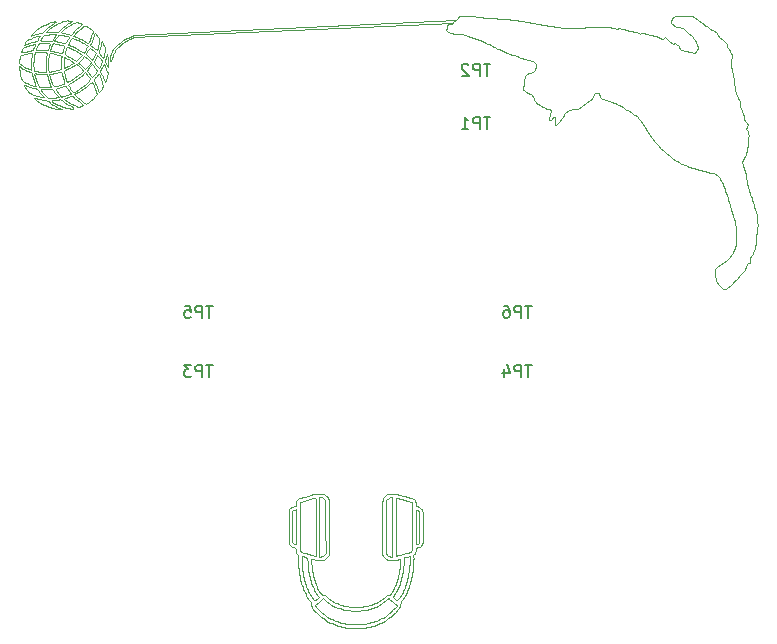
<source format=gbr>
G04 #@! TF.GenerationSoftware,KiCad,Pcbnew,(5.1.6)-1*
G04 #@! TF.CreationDate,2020-12-21T19:05:14-08:00*
G04 #@! TF.ProjectId,12AU7-Amplifier,31324155-372d-4416-9d70-6c6966696572,1.0*
G04 #@! TF.SameCoordinates,Original*
G04 #@! TF.FileFunction,Legend,Bot*
G04 #@! TF.FilePolarity,Positive*
%FSLAX46Y46*%
G04 Gerber Fmt 4.6, Leading zero omitted, Abs format (unit mm)*
G04 Created by KiCad (PCBNEW (5.1.6)-1) date 2020-12-21 19:05:14*
%MOMM*%
%LPD*%
G01*
G04 APERTURE LIST*
%ADD10C,0.120000*%
%ADD11C,0.150000*%
G04 APERTURE END LIST*
D10*
X127457406Y-71891180D02*
X127595538Y-71924317D01*
X120087894Y-76004874D02*
X120031736Y-76117654D01*
X120031736Y-76117654D02*
X119953302Y-76225324D01*
X119953302Y-76225324D02*
X119859067Y-76320883D01*
X119859067Y-76320883D02*
X119755508Y-76397336D01*
X119755508Y-76397336D02*
X119694638Y-76429751D01*
X119890347Y-71040553D02*
X119987425Y-71132718D01*
X119987425Y-71132718D02*
X120052678Y-71235547D01*
X120052678Y-71235547D02*
X120086396Y-71373578D01*
X120086396Y-71373578D02*
X120103117Y-71533675D01*
X120103117Y-71533675D02*
X120110975Y-71675935D01*
X120110975Y-71675935D02*
X120116694Y-71851960D01*
X120116694Y-71851960D02*
X120120696Y-72066331D01*
X120120696Y-72066331D02*
X120122185Y-72189326D01*
X120122185Y-72189326D02*
X120123403Y-72323626D01*
X120123403Y-72323626D02*
X120124403Y-72469802D01*
X120124403Y-72469802D02*
X120125237Y-72628427D01*
X120125237Y-72628427D02*
X120125958Y-72800073D01*
X120125958Y-72800073D02*
X120126619Y-72985312D01*
X120126619Y-72985312D02*
X120127273Y-73184718D01*
X120127273Y-73184718D02*
X120127971Y-73398863D01*
X120127971Y-73398863D02*
X120128769Y-73628319D01*
X116756902Y-72166637D02*
X116840498Y-72067433D01*
X116840498Y-72067433D02*
X116944006Y-71996269D01*
X116944006Y-71996269D02*
X117058158Y-71947637D01*
X117058158Y-71947637D02*
X117139956Y-71924317D01*
X117292828Y-71708260D02*
X117310120Y-71582545D01*
X117310120Y-71582545D02*
X117345425Y-71461810D01*
X117345425Y-71461810D02*
X117404179Y-71357003D01*
X117404179Y-71357003D02*
X117472601Y-71293058D01*
X127442665Y-71708260D02*
X127457406Y-71891180D01*
X120128769Y-73628319D02*
X120129426Y-73814324D01*
X120129426Y-73814324D02*
X120130014Y-73989970D01*
X120130014Y-73989970D02*
X120130525Y-74155572D01*
X120130525Y-74155572D02*
X120130956Y-74311445D01*
X120130956Y-74311445D02*
X120131300Y-74457904D01*
X120131300Y-74457904D02*
X120131552Y-74595263D01*
X120131552Y-74595263D02*
X120131706Y-74723839D01*
X120131706Y-74723839D02*
X120131757Y-74843945D01*
X120131757Y-74843945D02*
X120131529Y-75060010D01*
X120131529Y-75060010D02*
X120130823Y-75245980D01*
X120130823Y-75245980D02*
X120129597Y-75404374D01*
X120129597Y-75404374D02*
X120127805Y-75537712D01*
X120127805Y-75537712D02*
X120123962Y-75696255D01*
X120123962Y-75696255D02*
X120116455Y-75843475D01*
X120116455Y-75843475D02*
X120099373Y-75967753D01*
X120099373Y-75967753D02*
X120087894Y-76004874D01*
X119014116Y-70867172D02*
X119170505Y-70848451D01*
X119170505Y-70848451D02*
X119309559Y-70840490D01*
X119309559Y-70840490D02*
X119433252Y-70843680D01*
X119433252Y-70843680D02*
X119569271Y-70863943D01*
X119569271Y-70863943D02*
X119688224Y-70903000D01*
X119688224Y-70903000D02*
X119793965Y-70961616D01*
X119793965Y-70961616D02*
X119890347Y-71040553D01*
X116698423Y-73653255D02*
X116698441Y-73531701D01*
X116698441Y-73531701D02*
X116698555Y-73310089D01*
X116698555Y-73310089D02*
X116698831Y-73115538D01*
X116698831Y-73115538D02*
X116699347Y-72946127D01*
X116699347Y-72946127D02*
X116700179Y-72799937D01*
X116700179Y-72799937D02*
X116701401Y-72675046D01*
X116701401Y-72675046D02*
X116704133Y-72523448D01*
X116704133Y-72523448D02*
X116709851Y-72377945D01*
X116709851Y-72377945D02*
X116724107Y-72249834D01*
X116724107Y-72249834D02*
X116756902Y-72166637D01*
X116745988Y-75144623D02*
X116718523Y-75027098D01*
X116718523Y-75027098D02*
X116709194Y-74896237D01*
X116709194Y-74896237D02*
X116704180Y-74739040D01*
X116704180Y-74739040D02*
X116701616Y-74583206D01*
X116701616Y-74583206D02*
X116700393Y-74458643D01*
X116700393Y-74458643D02*
X116699507Y-74315917D01*
X116699507Y-74315917D02*
X116698915Y-74153637D01*
X116698915Y-74153637D02*
X116698570Y-73970411D01*
X116698570Y-73970411D02*
X116698430Y-73764848D01*
X116698430Y-73764848D02*
X116698423Y-73653255D01*
X117472601Y-71293058D02*
X117587505Y-71248074D01*
X117587505Y-71248074D02*
X117714967Y-71207269D01*
X117714967Y-71207269D02*
X117873900Y-71159535D01*
X117873900Y-71159535D02*
X117992321Y-71125250D01*
X117992321Y-71125250D02*
X118117202Y-71089963D01*
X118117202Y-71089963D02*
X118245534Y-71054508D01*
X118245534Y-71054508D02*
X118374305Y-71019716D01*
X118374305Y-71019716D02*
X118500506Y-70986419D01*
X118500506Y-70986419D02*
X118621124Y-70955448D01*
X118621124Y-70955448D02*
X118785001Y-70915174D01*
X118785001Y-70915174D02*
X118919385Y-70884812D01*
X118919385Y-70884812D02*
X119014116Y-70867172D01*
X117609342Y-73661451D02*
X117609332Y-73816877D01*
X117609332Y-73816877D02*
X117609369Y-73964591D01*
X117609369Y-73964591D02*
X117609454Y-74104780D01*
X117609454Y-74104780D02*
X117609592Y-74237630D01*
X117609592Y-74237630D02*
X117609787Y-74363331D01*
X117609787Y-74363331D02*
X117610359Y-74594033D01*
X117610359Y-74594033D02*
X117611199Y-74798386D01*
X117611199Y-74798386D02*
X117612334Y-74977893D01*
X117612334Y-74977893D02*
X117613795Y-75134054D01*
X117613795Y-75134054D02*
X117615608Y-75268371D01*
X117615608Y-75268371D02*
X117619051Y-75432174D01*
X117619051Y-75432174D02*
X117623449Y-75555273D01*
X117623449Y-75555273D02*
X117633157Y-75683748D01*
X117633157Y-75683748D02*
X117649282Y-75740283D01*
X119393352Y-71162655D02*
X119283197Y-71160765D01*
X117633153Y-71579414D02*
X117625155Y-71716634D01*
X117625155Y-71716634D02*
X117622035Y-71844674D01*
X117622035Y-71844674D02*
X117619159Y-72009048D01*
X117619159Y-72009048D02*
X117617398Y-72137038D01*
X117617398Y-72137038D02*
X117615778Y-72278507D01*
X117615778Y-72278507D02*
X117614309Y-72432389D01*
X117614309Y-72432389D02*
X117613006Y-72597616D01*
X117613006Y-72597616D02*
X117611880Y-72773121D01*
X117611880Y-72773121D02*
X117610944Y-72957835D01*
X117610944Y-72957835D02*
X117610210Y-73150691D01*
X117610210Y-73150691D02*
X117609691Y-73350623D01*
X117609691Y-73350623D02*
X117609399Y-73556562D01*
X117609399Y-73556562D02*
X117609342Y-73661451D01*
X119283197Y-71160765D02*
X119283322Y-73672384D01*
X119283322Y-76183959D02*
X119378793Y-76183899D01*
X119745928Y-75980528D02*
X119813137Y-75879923D01*
X119805200Y-73639780D02*
X119797263Y-71399634D01*
X127086875Y-75739628D02*
X127108657Y-75613687D01*
X127108657Y-75613687D02*
X127115085Y-75471591D01*
X127115085Y-75471591D02*
X127118778Y-75320353D01*
X127118778Y-75320353D02*
X127120753Y-75195611D01*
X127120753Y-75195611D02*
X127122369Y-75050087D01*
X127122369Y-75050087D02*
X127123653Y-74882370D01*
X127123653Y-74882370D02*
X127124632Y-74691047D01*
X127124632Y-74691047D02*
X127125331Y-74474706D01*
X127125331Y-74474706D02*
X127125778Y-74231935D01*
X127125778Y-74231935D02*
X127125915Y-74100197D01*
X127125915Y-74100197D02*
X127125999Y-73961322D01*
X127125999Y-73961322D02*
X127126033Y-73815133D01*
X127126033Y-73815133D02*
X127126021Y-73661454D01*
X118960935Y-71190193D02*
X118835571Y-71220400D01*
X118835571Y-71220400D02*
X118706077Y-71254499D01*
X118706077Y-71254499D02*
X118573130Y-71290207D01*
X118573130Y-71290207D02*
X118454224Y-71322531D01*
X118454224Y-71322531D02*
X118327121Y-71357410D01*
X118327121Y-71357410D02*
X118294385Y-71366445D01*
X118294408Y-71366444D02*
X118165783Y-71402599D01*
X118165783Y-71402599D02*
X118044868Y-71437777D01*
X118044868Y-71437777D02*
X117908697Y-71479045D01*
X117908697Y-71479045D02*
X117794106Y-71515716D01*
X117794106Y-71515716D02*
X117680021Y-71556083D01*
X117680021Y-71556083D02*
X117633153Y-71579414D01*
X127126021Y-73661454D02*
X127125855Y-73452910D01*
X127125855Y-73452910D02*
X127125455Y-73249839D01*
X127125455Y-73249839D02*
X127124831Y-73053307D01*
X127124831Y-73053307D02*
X127123997Y-72864382D01*
X127123997Y-72864382D02*
X127122966Y-72684131D01*
X127122966Y-72684131D02*
X127121749Y-72513623D01*
X127121749Y-72513623D02*
X127120361Y-72353924D01*
X127120361Y-72353924D02*
X127118813Y-72206102D01*
X127118813Y-72206102D02*
X127117118Y-72071225D01*
X127117118Y-72071225D02*
X127115289Y-71950360D01*
X127115289Y-71950360D02*
X127112322Y-71797672D01*
X127112322Y-71797672D02*
X127108014Y-71653094D01*
X127108014Y-71653094D02*
X127102210Y-71579215D01*
X125797247Y-76114057D02*
X125915314Y-76082602D01*
X125915314Y-76082602D02*
X126039581Y-76050873D01*
X119813137Y-75879923D02*
X119805200Y-73639780D01*
X125797324Y-71193389D02*
X125761702Y-71323107D01*
X125761702Y-71323107D02*
X125754750Y-71492700D01*
X125754750Y-71492700D02*
X125752207Y-71614799D01*
X125752207Y-71614799D02*
X125750201Y-71765788D01*
X125750201Y-71765788D02*
X125748671Y-71948682D01*
X125748671Y-71948682D02*
X125747553Y-72166498D01*
X125747553Y-72166498D02*
X125747128Y-72289443D01*
X125747128Y-72289443D02*
X125746783Y-72422251D01*
X125746783Y-72422251D02*
X125746510Y-72565296D01*
X125746510Y-72565296D02*
X125746300Y-72718957D01*
X125746300Y-72718957D02*
X125746146Y-72883610D01*
X125746146Y-72883610D02*
X125746040Y-73059633D01*
X125746040Y-73059633D02*
X125745974Y-73247402D01*
X125745974Y-73247402D02*
X125745940Y-73447294D01*
X125745940Y-73447294D02*
X125745931Y-73659687D01*
X119797263Y-71399634D02*
X119709134Y-71306536D01*
X119709134Y-71306536D02*
X119618145Y-71223990D01*
X119618145Y-71223990D02*
X119499477Y-71172348D01*
X119499477Y-71172348D02*
X119393352Y-71162655D01*
X117649282Y-75740283D02*
X117786913Y-75791225D01*
X117786913Y-75791225D02*
X117919981Y-75832351D01*
X117919981Y-75832351D02*
X118080124Y-75879532D01*
X118080124Y-75879532D02*
X118196089Y-75912729D01*
X118196089Y-75912729D02*
X118315330Y-75946185D01*
X118315330Y-75946185D02*
X118434344Y-75978927D01*
X118434344Y-75978927D02*
X118604779Y-76024571D01*
X118604779Y-76024571D02*
X118755003Y-76063134D01*
X118755003Y-76063134D02*
X118873194Y-76091331D01*
X118873194Y-76091331D02*
X118966888Y-76106371D01*
X127102210Y-71579215D02*
X126983890Y-71531650D01*
X126983890Y-71531650D02*
X126861330Y-71491298D01*
X126861330Y-71491298D02*
X126710949Y-71444173D01*
X126710949Y-71444173D02*
X126543583Y-71393476D01*
X126543583Y-71393476D02*
X126427919Y-71359276D01*
X126427919Y-71359276D02*
X126256319Y-71309747D01*
X126256319Y-71309747D02*
X126096625Y-71265190D01*
X126096625Y-71265190D02*
X125959672Y-71228809D01*
X125959672Y-71228809D02*
X125831167Y-71198556D01*
X125831167Y-71198556D02*
X125797324Y-71193389D01*
X119378793Y-76183899D02*
X119507604Y-76160487D01*
X119507604Y-76160487D02*
X119618996Y-76104665D01*
X119618996Y-76104665D02*
X119713015Y-76023165D01*
X119713015Y-76023165D02*
X119745928Y-75980528D01*
X125745855Y-73659685D02*
X125745864Y-73872475D01*
X125745864Y-73872475D02*
X125745897Y-74072708D01*
X125745897Y-74072708D02*
X125745962Y-74260763D01*
X125745962Y-74260763D02*
X125746067Y-74437016D01*
X125746067Y-74437016D02*
X125746220Y-74601845D01*
X125746220Y-74601845D02*
X125746428Y-74755628D01*
X125746428Y-74755628D02*
X125746700Y-74898743D01*
X125746700Y-74898743D02*
X125747043Y-75031568D01*
X125747043Y-75031568D02*
X125747465Y-75154479D01*
X125747465Y-75154479D02*
X125748580Y-75372073D01*
X125748580Y-75372073D02*
X125750106Y-75554547D01*
X125750106Y-75554547D02*
X125752108Y-75704922D01*
X125752108Y-75704922D02*
X125754648Y-75826219D01*
X125754648Y-75826219D02*
X125759606Y-75960253D01*
X125759606Y-75960253D02*
X125771458Y-76081056D01*
X125771458Y-76081056D02*
X125797247Y-76114057D01*
X119283322Y-73672384D02*
X119283322Y-76183959D01*
X126039581Y-76050873D02*
X126164679Y-76018714D01*
X126164679Y-76018714D02*
X126293974Y-75984270D01*
X126293974Y-75984270D02*
X126424084Y-75948545D01*
X126424084Y-75948545D02*
X126551631Y-75912543D01*
X126551631Y-75912543D02*
X126673233Y-75877269D01*
X126673233Y-75877269D02*
X126820281Y-75833107D01*
X126820281Y-75833107D02*
X126942741Y-75794405D01*
X126942741Y-75794405D02*
X127062801Y-75751801D01*
X127062801Y-75751801D02*
X127086875Y-75739628D01*
X118966888Y-76106371D02*
X118975511Y-75979936D01*
X118975511Y-75979936D02*
X118980107Y-75776712D01*
X118980107Y-75776712D02*
X118982066Y-75644786D01*
X118982066Y-75644786D02*
X118983801Y-75495035D01*
X118983801Y-75495035D02*
X118985314Y-75329249D01*
X118985314Y-75329249D02*
X118986609Y-75149215D01*
X118986609Y-75149215D02*
X118987687Y-74956723D01*
X118987687Y-74956723D02*
X118988550Y-74753561D01*
X118988550Y-74753561D02*
X118989200Y-74541518D01*
X118989200Y-74541518D02*
X118989640Y-74322383D01*
X118989640Y-74322383D02*
X118989872Y-74097944D01*
X118989872Y-74097944D02*
X118989898Y-73869990D01*
X118989898Y-73869990D02*
X118989720Y-73640309D01*
X118989720Y-73640309D02*
X118989341Y-73410691D01*
X118989341Y-73410691D02*
X118988762Y-73182923D01*
X118988762Y-73182923D02*
X118987986Y-72958796D01*
X118987986Y-72958796D02*
X118987014Y-72740096D01*
X118987014Y-72740096D02*
X118985850Y-72528614D01*
X118985850Y-72528614D02*
X118984495Y-72326137D01*
X118984495Y-72326137D02*
X118982952Y-72134455D01*
X118982952Y-72134455D02*
X118981222Y-71955356D01*
X118981222Y-71955356D02*
X118979308Y-71790628D01*
X118979308Y-71790628D02*
X118977212Y-71642061D01*
X118977212Y-71642061D02*
X118974936Y-71511443D01*
X118974936Y-71511443D02*
X118969853Y-71311209D01*
X118969853Y-71311209D02*
X118960935Y-71190193D01*
X125745855Y-70868740D02*
X125874027Y-70894600D01*
X125874027Y-70894600D02*
X126015293Y-70928493D01*
X126015293Y-70928493D02*
X126183723Y-70971590D01*
X126183723Y-70971590D02*
X126305978Y-71004001D01*
X126305978Y-71004001D02*
X126432623Y-71038354D01*
X126432623Y-71038354D02*
X126560585Y-71073789D01*
X126560585Y-71073789D02*
X126686790Y-71109445D01*
X126686790Y-71109445D02*
X126808165Y-71144464D01*
X126808165Y-71144464D02*
X126974450Y-71193918D01*
X126974450Y-71193918D02*
X127112580Y-71237102D01*
X127112580Y-71237102D02*
X127235032Y-71279914D01*
X127235032Y-71279914D02*
X127262892Y-71293058D01*
X127595538Y-71924317D02*
X127722563Y-71964250D01*
X127722563Y-71964250D02*
X127840771Y-72025763D01*
X127840771Y-72025763D02*
X127932433Y-72104591D01*
X127932433Y-72104591D02*
X127978592Y-72166637D01*
X127617946Y-75404835D02*
X127498526Y-75444371D01*
X127498526Y-75444371D02*
X127449511Y-75561821D01*
X127989505Y-75144623D02*
X127918528Y-75249763D01*
X127918528Y-75249763D02*
X127811666Y-75329641D01*
X127811666Y-75329641D02*
X127691692Y-75381409D01*
X127691692Y-75381409D02*
X127617946Y-75404835D01*
X127449511Y-75561821D02*
X127438134Y-75693132D01*
X127438134Y-75693132D02*
X127405269Y-75811034D01*
X127405269Y-75811034D02*
X127345146Y-75921645D01*
X127345146Y-75921645D02*
X127314525Y-75958750D01*
X128037071Y-73653255D02*
X128037011Y-73870509D01*
X128037011Y-73870509D02*
X128036770Y-74064729D01*
X128036770Y-74064729D02*
X128036304Y-74237309D01*
X128036304Y-74237309D02*
X128035567Y-74389638D01*
X128035567Y-74389638D02*
X128034516Y-74523108D01*
X128034516Y-74523108D02*
X128032252Y-74690998D01*
X128032252Y-74690998D02*
X128029032Y-74824285D01*
X128029032Y-74824285D02*
X128022989Y-74956289D01*
X128022989Y-74956289D02*
X128009459Y-75078959D01*
X128009459Y-75078959D02*
X127989505Y-75144623D01*
X127262892Y-71293058D02*
X127353071Y-71388167D01*
X127353071Y-71388167D02*
X127405187Y-71504131D01*
X127405187Y-71504131D02*
X127434349Y-71634193D01*
X127434349Y-71634193D02*
X127442665Y-71708260D01*
X127978592Y-72166637D02*
X128016977Y-72283079D01*
X128016977Y-72283079D02*
X128027306Y-72408974D01*
X128027306Y-72408974D02*
X128032392Y-72569536D01*
X128032392Y-72569536D02*
X128034750Y-72734949D01*
X128034750Y-72734949D02*
X128035770Y-72870250D01*
X128035770Y-72870250D02*
X128036436Y-73027810D01*
X128036436Y-73027810D02*
X128036825Y-73209551D01*
X128036825Y-73209551D02*
X128037011Y-73417392D01*
X128037011Y-73417392D02*
X128037071Y-73653255D01*
X117219680Y-72204826D02*
X117104909Y-72247642D01*
X117104909Y-72247642D02*
X117080159Y-72258599D01*
X117006742Y-72292534D02*
X116999088Y-73645928D01*
X127449613Y-75133796D02*
X127543156Y-75115087D01*
X127543156Y-75115087D02*
X127657701Y-75070841D01*
X127657701Y-75070841D02*
X127690019Y-75048113D01*
X127471667Y-72191260D02*
X127462090Y-72336007D01*
X127462090Y-72336007D02*
X127458447Y-72483362D01*
X127458447Y-72483362D02*
X127456040Y-72622130D01*
X127456040Y-72622130D02*
X127453955Y-72782285D01*
X127453955Y-72782285D02*
X127452229Y-72961284D01*
X127452229Y-72961284D02*
X127451296Y-73089829D01*
X127451296Y-73089829D02*
X127450552Y-73224864D01*
X127450552Y-73224864D02*
X127450006Y-73365635D01*
X127450006Y-73365635D02*
X127449670Y-73511388D01*
X127449670Y-73511388D02*
X127449556Y-73661370D01*
X127449613Y-73661367D02*
X127449613Y-75133796D01*
X117045066Y-75047854D02*
X117151685Y-75103999D01*
X117151685Y-75103999D02*
X117192241Y-75115092D01*
X127690019Y-75048113D02*
X127728897Y-74920285D01*
X127728897Y-74920285D02*
X127736720Y-74771633D01*
X127736720Y-74771633D02*
X127739686Y-74638894D01*
X127739686Y-74638894D02*
X127741619Y-74466642D01*
X127741619Y-74466642D02*
X127742439Y-74327087D01*
X127742439Y-74327087D02*
X127742960Y-74165817D01*
X127742960Y-74165817D02*
X127743244Y-73981171D01*
X127743244Y-73981171D02*
X127743356Y-73771488D01*
X127743356Y-73771488D02*
X127743367Y-73656739D01*
X118294385Y-71366445D02*
X118294385Y-71366445D01*
X116999088Y-73645928D02*
X116997881Y-73871848D01*
X116997881Y-73871848D02*
X116996957Y-74071338D01*
X116996957Y-74071338D02*
X116996370Y-74246108D01*
X116996370Y-74246108D02*
X116996178Y-74397873D01*
X116996178Y-74397873D02*
X116996437Y-74528343D01*
X116996437Y-74528343D02*
X116997792Y-74687868D01*
X116997792Y-74687868D02*
X117000477Y-74809114D01*
X117000477Y-74809114D02*
X117008419Y-74941821D01*
X117008419Y-74941821D02*
X117045066Y-75047854D01*
X127743367Y-73656739D02*
X127743267Y-73470284D01*
X127743267Y-73470284D02*
X127742958Y-73300273D01*
X127742958Y-73300273D02*
X127742420Y-73146059D01*
X127742420Y-73146059D02*
X127741637Y-73006996D01*
X127741637Y-73006996D02*
X127740591Y-72882436D01*
X127740591Y-72882436D02*
X127738489Y-72721376D01*
X127738489Y-72721376D02*
X127735696Y-72589312D01*
X127735696Y-72589312D02*
X127730792Y-72454562D01*
X127730792Y-72454562D02*
X127720625Y-72330502D01*
X127720625Y-72330502D02*
X127706659Y-72284605D01*
X126459474Y-76251422D02*
X126440199Y-76629697D01*
X127449556Y-73661370D02*
X127449556Y-73661370D01*
X117285784Y-75133800D02*
X117285784Y-73659393D01*
X126668132Y-76200220D02*
X126459474Y-76251422D01*
X125745931Y-73659687D02*
X125745931Y-73659687D01*
X126440199Y-76629697D02*
X126426819Y-76841531D01*
X126426819Y-76841531D02*
X126408365Y-77048649D01*
X126408365Y-77048649D02*
X126384855Y-77250992D01*
X126384855Y-77250992D02*
X126356304Y-77448502D01*
X126356304Y-77448502D02*
X126322731Y-77641121D01*
X126322731Y-77641121D02*
X126284151Y-77828792D01*
X126284151Y-77828792D02*
X126240583Y-78011457D01*
X126240583Y-78011457D02*
X126192042Y-78189057D01*
X126192042Y-78189057D02*
X126138545Y-78361536D01*
X126138545Y-78361536D02*
X126080110Y-78528835D01*
X126080110Y-78528835D02*
X126016753Y-78690896D01*
X126016753Y-78690896D02*
X125948492Y-78847662D01*
X125948492Y-78847662D02*
X125875342Y-78999075D01*
X125875342Y-78999075D02*
X125797322Y-79145077D01*
X125797322Y-79145077D02*
X125714448Y-79285611D01*
X125714448Y-79285611D02*
X125626737Y-79420618D01*
X117080159Y-72258599D02*
X117080159Y-72258599D01*
X117285784Y-72184984D02*
X117219680Y-72204826D01*
X117080187Y-72258603D02*
X117006742Y-72292534D01*
X127706659Y-72284605D02*
X127593701Y-72229442D01*
X127593701Y-72229442D02*
X127476377Y-72191884D01*
X127476377Y-72191884D02*
X127471667Y-72191260D01*
X117285784Y-73659393D02*
X117285784Y-72184984D01*
X117192241Y-75115092D02*
X117285784Y-75133800D01*
X117479589Y-76183659D02*
X117484921Y-76063733D01*
X117484921Y-76063733D02*
X117420968Y-75958750D01*
X117581154Y-77617495D02*
X117562240Y-77494363D01*
X117562240Y-77494363D02*
X117544180Y-77353496D01*
X117544180Y-77353496D02*
X117527350Y-77200224D01*
X117527350Y-77200224D02*
X117512128Y-77039877D01*
X117512128Y-77039877D02*
X117498890Y-76877787D01*
X117498890Y-76877787D02*
X117488015Y-76719284D01*
X117488015Y-76719284D02*
X117479879Y-76569699D01*
X117479879Y-76569699D02*
X117474861Y-76434361D01*
X117474861Y-76434361D02*
X117473671Y-76285289D01*
X117473671Y-76285289D02*
X117479589Y-76183659D01*
X118495308Y-79964755D02*
X118414583Y-79850472D01*
X118414583Y-79850472D02*
X118336796Y-79731329D01*
X118336796Y-79731329D02*
X118261989Y-79607443D01*
X118261989Y-79607443D02*
X118190208Y-79478927D01*
X118190208Y-79478927D02*
X118121498Y-79345897D01*
X118121498Y-79345897D02*
X118055903Y-79208467D01*
X118055903Y-79208467D02*
X117993469Y-79066753D01*
X117993469Y-79066753D02*
X117934239Y-78920869D01*
X117934239Y-78920869D02*
X117878259Y-78770931D01*
X117878259Y-78770931D02*
X117825574Y-78617053D01*
X117825574Y-78617053D02*
X117776227Y-78459351D01*
X117776227Y-78459351D02*
X117730265Y-78297939D01*
X117730265Y-78297939D02*
X117687732Y-78132932D01*
X117687732Y-78132932D02*
X117648673Y-77964446D01*
X117648673Y-77964446D02*
X117613132Y-77792595D01*
X117613132Y-77792595D02*
X117581154Y-77617495D01*
X123175566Y-82180793D02*
X123031035Y-82196766D01*
X123031035Y-82196766D02*
X122889439Y-82205751D01*
X122889439Y-82205751D02*
X122727078Y-82212168D01*
X122727078Y-82212168D02*
X122550875Y-82216019D01*
X122550875Y-82216019D02*
X122429133Y-82217160D01*
X122429133Y-82217160D02*
X122306366Y-82217160D01*
X122306366Y-82217160D02*
X122184624Y-82216019D01*
X122184624Y-82216019D02*
X122008420Y-82212168D01*
X122008420Y-82212168D02*
X121846059Y-82205751D01*
X121846059Y-82205751D02*
X121704464Y-82196766D01*
X121704464Y-82196766D02*
X121559934Y-82180793D01*
X118607730Y-80260814D02*
X118594775Y-80140124D01*
X118594775Y-80140124D02*
X118540587Y-80029314D01*
X118540587Y-80029314D02*
X118495308Y-79964755D01*
X125669762Y-80957089D02*
X125542689Y-81078251D01*
X125542689Y-81078251D02*
X125412109Y-81193293D01*
X125412109Y-81193293D02*
X125277949Y-81302248D01*
X125277949Y-81302248D02*
X125140139Y-81405152D01*
X125140139Y-81405152D02*
X124998605Y-81502039D01*
X124998605Y-81502039D02*
X124853278Y-81592946D01*
X124853278Y-81592946D02*
X124704085Y-81677907D01*
X124704085Y-81677907D02*
X124550954Y-81756958D01*
X124550954Y-81756958D02*
X124393814Y-81830132D01*
X124393814Y-81830132D02*
X124232593Y-81897467D01*
X124232593Y-81897467D02*
X124067220Y-81958996D01*
X124067220Y-81958996D02*
X123897623Y-82014755D01*
X123897623Y-82014755D02*
X123723731Y-82064779D01*
X123723731Y-82064779D02*
X123545472Y-82109103D01*
X123545472Y-82109103D02*
X123362774Y-82147763D01*
X123362774Y-82147763D02*
X123175566Y-82180793D01*
X119065735Y-80957089D02*
X118972693Y-80863351D01*
X118972693Y-80863351D02*
X118867867Y-80752248D01*
X118867867Y-80752248D02*
X118783458Y-80654634D01*
X118783458Y-80654634D02*
X118704062Y-80547643D01*
X118704062Y-80547643D02*
X118642698Y-80434614D01*
X118642698Y-80434614D02*
X118610597Y-80312881D01*
X118610597Y-80312881D02*
X118607730Y-80260814D01*
X117117548Y-75404835D02*
X116994733Y-75362923D01*
X116994733Y-75362923D02*
X116887228Y-75307795D01*
X116887228Y-75307795D02*
X116792483Y-75221284D01*
X116792483Y-75221284D02*
X116745988Y-75144623D01*
X117285983Y-75561821D02*
X117243451Y-75447626D01*
X117243451Y-75447626D02*
X117117548Y-75404835D01*
X117420968Y-75958750D02*
X117351388Y-75858126D01*
X117351388Y-75858126D02*
X117306001Y-75734111D01*
X117306001Y-75734111D02*
X117287312Y-75606844D01*
X117287312Y-75606844D02*
X117285983Y-75561821D01*
X121559934Y-82180793D02*
X121372724Y-82147763D01*
X121372724Y-82147763D02*
X121190026Y-82109103D01*
X121190026Y-82109103D02*
X121011766Y-82064779D01*
X121011766Y-82064779D02*
X120837873Y-82014755D01*
X120837873Y-82014755D02*
X120668276Y-81958996D01*
X120668276Y-81958996D02*
X120502903Y-81897467D01*
X120502903Y-81897467D02*
X120341682Y-81830132D01*
X120341682Y-81830132D02*
X120184542Y-81756958D01*
X120184542Y-81756958D02*
X120031411Y-81677907D01*
X120031411Y-81677907D02*
X119882218Y-81592946D01*
X119882218Y-81592946D02*
X119736890Y-81502039D01*
X119736890Y-81502039D02*
X119595357Y-81405152D01*
X119595357Y-81405152D02*
X119457546Y-81302248D01*
X119457546Y-81302248D02*
X119323387Y-81193293D01*
X119323387Y-81193293D02*
X119192807Y-81078251D01*
X119192807Y-81078251D02*
X119065735Y-80957089D01*
X127154339Y-77617495D02*
X127122363Y-77792595D01*
X127122363Y-77792595D02*
X127086824Y-77964446D01*
X127086824Y-77964446D02*
X127047766Y-78132932D01*
X127047766Y-78132932D02*
X127005234Y-78297939D01*
X127005234Y-78297939D02*
X126959273Y-78459351D01*
X126959273Y-78459351D02*
X126909927Y-78617053D01*
X126909927Y-78617053D02*
X126857242Y-78770931D01*
X126857242Y-78770931D02*
X126801262Y-78920869D01*
X126801262Y-78920869D02*
X126742031Y-79066753D01*
X126742031Y-79066753D02*
X126679596Y-79208467D01*
X126679596Y-79208467D02*
X126614001Y-79345897D01*
X126614001Y-79345897D02*
X126545290Y-79478927D01*
X126545290Y-79478927D02*
X126473508Y-79607443D01*
X126473508Y-79607443D02*
X126398701Y-79731329D01*
X126398701Y-79731329D02*
X126320913Y-79850472D01*
X126320913Y-79850472D02*
X126240189Y-79964755D01*
X127255905Y-76183659D02*
X127262165Y-76318603D01*
X127262165Y-76318603D02*
X127259340Y-76477562D01*
X127259340Y-76477562D02*
X127253241Y-76618241D01*
X127253241Y-76618241D02*
X127244149Y-76771391D01*
X127244149Y-76771391D02*
X127232442Y-76931682D01*
X127232442Y-76931682D02*
X127218499Y-77093783D01*
X127218499Y-77093783D02*
X127202696Y-77252364D01*
X127202696Y-77252364D02*
X127185411Y-77402093D01*
X127185411Y-77402093D02*
X127167024Y-77537641D01*
X127167024Y-77537641D02*
X127154339Y-77617495D01*
X126127767Y-80260814D02*
X126111286Y-80381835D01*
X126111286Y-80381835D02*
X126055756Y-80508483D01*
X126055756Y-80508483D02*
X125987126Y-80610078D01*
X125987126Y-80610078D02*
X125890585Y-80726681D01*
X125890585Y-80726681D02*
X125791022Y-80834169D01*
X125791022Y-80834169D02*
X125702204Y-80924770D01*
X125702204Y-80924770D02*
X125669762Y-80957089D01*
X126240189Y-79964755D02*
X126172463Y-80065993D01*
X126172463Y-80065993D02*
X126132114Y-80182068D01*
X126132114Y-80182068D02*
X126127767Y-80260814D01*
X127314525Y-75958750D02*
X127250544Y-76063733D01*
X127250544Y-76063733D02*
X127255905Y-76183659D01*
X119108543Y-79420617D02*
X119022860Y-79289361D01*
X119022860Y-79289361D02*
X118942193Y-79154289D01*
X118942193Y-79154289D02*
X118866479Y-79015188D01*
X118866479Y-79015188D02*
X118795653Y-78871848D01*
X118795653Y-78871848D02*
X118729652Y-78724056D01*
X118729652Y-78724056D02*
X118668412Y-78571599D01*
X118668412Y-78571599D02*
X118611869Y-78414267D01*
X118611869Y-78414267D02*
X118559960Y-78251847D01*
X118559960Y-78251847D02*
X118512621Y-78084126D01*
X118512621Y-78084126D02*
X118469788Y-77910894D01*
X118469788Y-77910894D02*
X118431397Y-77731938D01*
X118431397Y-77731938D02*
X118397385Y-77547046D01*
X118397385Y-77547046D02*
X118367688Y-77356007D01*
X118367688Y-77356007D02*
X118342242Y-77158607D01*
X118342242Y-77158607D02*
X118320984Y-76954636D01*
X118320984Y-76954636D02*
X118303850Y-76743881D01*
X125512955Y-79587576D02*
X125684734Y-79736403D01*
X126268229Y-79327099D02*
X126332759Y-79203241D01*
X126332759Y-79203241D02*
X126394267Y-79075404D01*
X126394267Y-79075404D02*
X126452722Y-78943702D01*
X126452722Y-78943702D02*
X126508091Y-78808253D01*
X126508091Y-78808253D02*
X126560344Y-78669173D01*
X126560344Y-78669173D02*
X126609448Y-78526580D01*
X126609448Y-78526580D02*
X126655371Y-78380589D01*
X126655371Y-78380589D02*
X126698082Y-78231317D01*
X126698082Y-78231317D02*
X126737549Y-78078881D01*
X126737549Y-78078881D02*
X126773740Y-77923397D01*
X126773740Y-77923397D02*
X126806623Y-77764982D01*
X126806623Y-77764982D02*
X126836168Y-77603753D01*
X126836168Y-77603753D02*
X126862341Y-77439826D01*
X126862341Y-77439826D02*
X126885111Y-77273319D01*
X126885111Y-77273319D02*
X126904447Y-77104346D01*
X126904447Y-77104346D02*
X126920317Y-76933026D01*
X125885002Y-79885228D02*
X125973137Y-79795088D01*
X125973137Y-79795088D02*
X126050462Y-79686442D01*
X126050462Y-79686442D02*
X126122765Y-79575351D01*
X126122765Y-79575351D02*
X126196987Y-79453189D01*
X126196987Y-79453189D02*
X126268229Y-79327099D01*
X117785654Y-76352865D02*
X117788076Y-76511546D01*
X117788076Y-76511546D02*
X117794617Y-76673315D01*
X117794617Y-76673315D02*
X117805143Y-76837444D01*
X117805143Y-76837444D02*
X117819521Y-77003202D01*
X117819521Y-77003202D02*
X117837616Y-77169863D01*
X117837616Y-77169863D02*
X117859296Y-77336696D01*
X117859296Y-77336696D02*
X117884427Y-77502975D01*
X117884427Y-77502975D02*
X117912875Y-77667969D01*
X117912875Y-77667969D02*
X117944507Y-77830951D01*
X117944507Y-77830951D02*
X117979189Y-77991192D01*
X117979189Y-77991192D02*
X118016788Y-78147962D01*
X118016788Y-78147962D02*
X118057170Y-78300535D01*
X118057170Y-78300535D02*
X118100202Y-78448181D01*
X118100202Y-78448181D02*
X118145751Y-78590171D01*
X118145751Y-78590171D02*
X118193682Y-78725776D01*
X118193682Y-78725776D02*
X118243863Y-78854270D01*
X125626737Y-79420618D02*
X125512955Y-79587576D01*
X118049440Y-76195152D02*
X117932273Y-76161824D01*
X117932273Y-76161824D02*
X117816116Y-76130376D01*
X117816116Y-76130376D02*
X117807192Y-76128432D01*
X118901436Y-80299099D02*
X118993142Y-80418342D01*
X118993142Y-80418342D02*
X119077151Y-80506861D01*
X119077151Y-80506861D02*
X119179061Y-80609285D01*
X119179061Y-80609285D02*
X119292693Y-80719700D01*
X119292693Y-80719700D02*
X119411870Y-80832189D01*
X119411870Y-80832189D02*
X119530415Y-80940839D01*
X119530415Y-80940839D02*
X119642149Y-81039734D01*
X119642149Y-81039734D02*
X119740894Y-81122959D01*
X119740894Y-81122959D02*
X119841674Y-81199329D01*
X119222354Y-79587575D02*
X119108543Y-79420617D01*
X119050575Y-79736403D02*
X119222354Y-79587575D01*
X119241165Y-79987071D02*
X119140424Y-80072253D01*
X119140424Y-80072253D02*
X119038229Y-80161833D01*
X119038229Y-80161833D02*
X118942593Y-80250943D01*
X118942593Y-80250943D02*
X118901436Y-80299099D01*
X117785648Y-76352863D02*
X117785648Y-76352863D01*
X124933488Y-79887076D02*
X124820190Y-79977723D01*
X124820190Y-79977723D02*
X124705965Y-80062943D01*
X124705965Y-80062943D02*
X124590599Y-80142824D01*
X124590599Y-80142824D02*
X124473879Y-80217453D01*
X124473879Y-80217453D02*
X124355593Y-80286919D01*
X124355593Y-80286919D02*
X124235529Y-80351311D01*
X124235529Y-80351311D02*
X124113473Y-80410716D01*
X124113473Y-80410716D02*
X123989214Y-80465224D01*
X123989214Y-80465224D02*
X123862537Y-80514922D01*
X123862537Y-80514922D02*
X123733232Y-80559898D01*
X123733232Y-80559898D02*
X123601085Y-80600241D01*
X123601085Y-80600241D02*
X123465883Y-80636039D01*
X123465883Y-80636039D02*
X123327415Y-80667381D01*
X123327415Y-80667381D02*
X123185467Y-80694355D01*
X123185467Y-80694355D02*
X123039826Y-80717048D01*
X123039826Y-80717048D02*
X122890281Y-80735551D01*
X126913514Y-76134666D02*
X126790894Y-76169194D01*
X126790894Y-76169194D02*
X126668118Y-76200223D01*
X122890281Y-80735551D02*
X122665570Y-80755236D01*
X122665570Y-80755236D02*
X122444826Y-80765142D01*
X122444826Y-80765142D02*
X122228099Y-80765282D01*
X122228099Y-80765282D02*
X122015440Y-80755671D01*
X122015440Y-80755671D02*
X121806899Y-80736321D01*
X121806899Y-80736321D02*
X121602525Y-80707247D01*
X121602525Y-80707247D02*
X121402370Y-80668462D01*
X121402370Y-80668462D02*
X121206483Y-80619981D01*
X121206483Y-80619981D02*
X121014915Y-80561817D01*
X121014915Y-80561817D02*
X120827715Y-80493983D01*
X120827715Y-80493983D02*
X120644935Y-80416495D01*
X120644935Y-80416495D02*
X120466624Y-80329365D01*
X120466624Y-80329365D02*
X120292832Y-80232608D01*
X120292832Y-80232608D02*
X120123610Y-80126237D01*
X120123610Y-80126237D02*
X119959008Y-80010266D01*
X119959008Y-80010266D02*
X119799077Y-79884709D01*
X126668118Y-76200223D02*
X126668118Y-76200223D01*
X118850307Y-79885227D02*
X118957517Y-79813421D01*
X118957517Y-79813421D02*
X119050575Y-79736403D01*
X118243863Y-78854270D02*
X118297452Y-78978026D01*
X118297452Y-78978026D02*
X118358317Y-79107395D01*
X118358317Y-79107395D02*
X118424172Y-79238492D01*
X118424172Y-79238492D02*
X118492734Y-79367434D01*
X118492734Y-79367434D02*
X118561717Y-79490336D01*
X118561717Y-79490336D02*
X118628838Y-79603315D01*
X118628838Y-79603315D02*
X118711485Y-79731804D01*
X118711485Y-79731804D02*
X118796175Y-79843874D01*
X118796175Y-79843874D02*
X118850307Y-79885227D01*
X118269664Y-76258639D02*
X118049440Y-76195152D01*
X118303850Y-76743881D02*
X118269664Y-76258639D01*
X117807192Y-76128432D02*
X117787599Y-76254706D01*
X117787599Y-76254706D02*
X117785648Y-76352863D01*
X125684734Y-79736403D02*
X125777778Y-79813424D01*
X125777778Y-79813424D02*
X125878694Y-79883505D01*
X125878694Y-79883505D02*
X125885002Y-79885228D01*
X126920317Y-76933026D02*
X126930846Y-76795554D01*
X126930846Y-76795554D02*
X126939048Y-76669227D01*
X126939048Y-76669227D02*
X126946374Y-76519211D01*
X126946374Y-76519211D02*
X126949587Y-76391610D01*
X126949587Y-76391610D02*
X126947839Y-76265895D01*
X126947839Y-76265895D02*
X126928639Y-76142995D01*
X126928639Y-76142995D02*
X126913514Y-76134666D01*
X125349132Y-79275730D02*
X125430488Y-79155862D01*
X125430488Y-79155862D02*
X125511026Y-79018198D01*
X125511026Y-79018198D02*
X125589846Y-78865130D01*
X125589846Y-78865130D02*
X125640994Y-78755707D01*
X125640994Y-78755707D02*
X125690713Y-78641209D01*
X125690713Y-78641209D02*
X125738737Y-78522346D01*
X125738737Y-78522346D02*
X125784798Y-78399824D01*
X125784798Y-78399824D02*
X125828630Y-78274354D01*
X125828630Y-78274354D02*
X125869968Y-78146644D01*
X125869968Y-78146644D02*
X125908544Y-78017402D01*
X125908544Y-78017402D02*
X125944092Y-77887337D01*
X125944092Y-77887337D02*
X125976346Y-77757158D01*
X125976346Y-77757158D02*
X126005039Y-77627573D01*
X126005039Y-77627573D02*
X126029905Y-77499291D01*
X126029905Y-77499291D02*
X126040820Y-77435861D01*
X120014862Y-79656570D02*
X120131796Y-79752876D01*
X120131796Y-79752876D02*
X120252348Y-79842763D01*
X120252348Y-79842763D02*
X120376604Y-79926258D01*
X120376604Y-79926258D02*
X120504648Y-80003391D01*
X120504648Y-80003391D02*
X120636567Y-80074188D01*
X120636567Y-80074188D02*
X120772445Y-80138680D01*
X120772445Y-80138680D02*
X120912369Y-80196895D01*
X120912369Y-80196895D02*
X121056422Y-80248860D01*
X121056422Y-80248860D02*
X121204690Y-80294605D01*
X121204690Y-80294605D02*
X121357260Y-80334158D01*
X121357260Y-80334158D02*
X121514215Y-80367548D01*
X121514215Y-80367548D02*
X121675642Y-80394803D01*
X121675642Y-80394803D02*
X121841625Y-80415952D01*
X121841625Y-80415952D02*
X122012250Y-80431023D01*
X122012250Y-80431023D02*
X122187603Y-80440045D01*
X122187603Y-80440045D02*
X122367768Y-80443046D01*
X119602826Y-79415262D02*
X119729587Y-79439982D01*
X119729587Y-79439982D02*
X119834008Y-79506550D01*
X119834008Y-79506550D02*
X119931440Y-79585261D01*
X119931440Y-79585261D02*
X120014862Y-79656570D01*
X118860909Y-76421814D02*
X118742012Y-76389950D01*
X118742012Y-76389950D02*
X118623050Y-76360958D01*
X118623050Y-76360958D02*
X118617583Y-76360246D01*
X119694638Y-76429751D02*
X119578860Y-76465945D01*
X119578860Y-76465945D02*
X119434896Y-76484656D01*
X119434896Y-76484656D02*
X119299545Y-76486951D01*
X119299545Y-76486951D02*
X119155475Y-76477211D01*
X119155475Y-76477211D02*
X119007618Y-76455482D01*
X119007618Y-76455482D02*
X118889922Y-76429500D01*
X118889922Y-76429500D02*
X118860909Y-76421814D01*
X125132707Y-79415262D02*
X125249910Y-79388367D01*
X125249910Y-79388367D02*
X125332643Y-79297810D01*
X125332643Y-79297810D02*
X125349132Y-79275730D01*
X124720671Y-79656570D02*
X124822433Y-79569907D01*
X124822433Y-79569907D02*
X124928148Y-79486944D01*
X124928148Y-79486944D02*
X125034828Y-79428478D01*
X125034828Y-79428478D02*
X125132707Y-79415262D01*
X119386401Y-79275730D02*
X119462908Y-79369147D01*
X119462908Y-79369147D02*
X119576333Y-79414787D01*
X119576333Y-79414787D02*
X119602826Y-79415262D01*
X122367768Y-80443046D02*
X122547932Y-80440045D01*
X122547932Y-80440045D02*
X122723285Y-80431023D01*
X122723285Y-80431023D02*
X122893910Y-80415952D01*
X122893910Y-80415952D02*
X123059893Y-80394804D01*
X123059893Y-80394804D02*
X123221320Y-80367549D01*
X123221320Y-80367549D02*
X123378275Y-80334159D01*
X123378275Y-80334159D02*
X123530844Y-80294606D01*
X123530844Y-80294606D02*
X123679113Y-80248861D01*
X123679113Y-80248861D02*
X123823166Y-80196895D01*
X123823166Y-80196895D02*
X123963089Y-80138681D01*
X123963089Y-80138681D02*
X124098967Y-80074189D01*
X124098967Y-80074189D02*
X124230885Y-80003391D01*
X124230885Y-80003391D02*
X124358930Y-79926259D01*
X124358930Y-79926259D02*
X124483185Y-79842763D01*
X124483185Y-79842763D02*
X124603737Y-79752876D01*
X124603737Y-79752876D02*
X124720671Y-79656570D01*
X118694714Y-77435861D02*
X118717564Y-77563225D01*
X118717564Y-77563225D02*
X118744376Y-77692247D01*
X118744376Y-77692247D02*
X118774881Y-77822217D01*
X118774881Y-77822217D02*
X118808815Y-77952428D01*
X118808815Y-77952428D02*
X118845910Y-78082170D01*
X118845910Y-78082170D02*
X118885900Y-78210735D01*
X118885900Y-78210735D02*
X118928519Y-78337413D01*
X118928519Y-78337413D02*
X118973499Y-78461498D01*
X118973499Y-78461498D02*
X119020575Y-78582279D01*
X119020575Y-78582279D02*
X119069480Y-78699048D01*
X119069480Y-78699048D02*
X119119948Y-78811097D01*
X119119948Y-78811097D02*
X119197997Y-78968769D01*
X119197997Y-78968769D02*
X119278063Y-79111833D01*
X119278063Y-79111833D02*
X119359246Y-79237899D01*
X119359246Y-79237899D02*
X119386401Y-79275730D01*
X118617583Y-76360246D02*
X118607434Y-76505421D01*
X118607434Y-76505421D02*
X118613200Y-76641337D01*
X118613200Y-76641337D02*
X118620899Y-76761269D01*
X118620899Y-76761269D02*
X118631077Y-76890818D01*
X118631077Y-76890818D02*
X118643360Y-77024760D01*
X118643360Y-77024760D02*
X118657375Y-77157868D01*
X118657375Y-77157868D02*
X118672748Y-77284918D01*
X118672748Y-77284918D02*
X118694714Y-77435861D01*
X124893732Y-81199329D02*
X124994488Y-81122973D01*
X124994488Y-81122973D02*
X125093224Y-81039754D01*
X125093224Y-81039754D02*
X125204955Y-80940863D01*
X125204955Y-80940863D02*
X125323500Y-80832215D01*
X125323500Y-80832215D02*
X125442682Y-80719726D01*
X125442682Y-80719726D02*
X125556321Y-80609311D01*
X125556321Y-80609311D02*
X125658238Y-80506887D01*
X125658238Y-80506887D02*
X125742254Y-80418369D01*
X125742254Y-80418369D02*
X125825720Y-80317808D01*
X125825720Y-80317808D02*
X125833970Y-80299136D01*
X121378808Y-81830091D02*
X121515214Y-81857136D01*
X121515214Y-81857136D02*
X121647344Y-81875552D01*
X121647344Y-81875552D02*
X121771650Y-81885455D01*
X121771650Y-81885455D02*
X121923807Y-81891389D01*
X121923807Y-81891389D02*
X122074997Y-81893898D01*
X122074997Y-81893898D02*
X122210285Y-81894782D01*
X122210285Y-81894782D02*
X122367703Y-81895033D01*
X125833970Y-80299136D02*
X125733695Y-80197566D01*
X125733695Y-80197566D02*
X125630180Y-80103617D01*
X125630180Y-80103617D02*
X125510483Y-79997848D01*
X125510483Y-79997848D02*
X125418844Y-79918415D01*
X125418844Y-79918415D02*
X125305843Y-79822564D01*
X125305843Y-79822564D02*
X125199816Y-79736801D01*
X125199816Y-79736801D02*
X125160909Y-79710931D01*
X119841674Y-81199329D02*
X119971134Y-81282334D01*
X119971134Y-81282334D02*
X120101823Y-81359662D01*
X120101823Y-81359662D02*
X120234366Y-81431567D01*
X120234366Y-81431567D02*
X120369385Y-81498307D01*
X120369385Y-81498307D02*
X120507504Y-81560136D01*
X120507504Y-81560136D02*
X120649345Y-81617310D01*
X120649345Y-81617310D02*
X120795533Y-81670085D01*
X120795533Y-81670085D02*
X120946689Y-81718717D01*
X120946689Y-81718717D02*
X121103438Y-81763461D01*
X121103438Y-81763461D02*
X121266403Y-81804574D01*
X121266403Y-81804574D02*
X121378808Y-81830091D01*
X123356597Y-81830091D02*
X123524051Y-81791258D01*
X123524051Y-81791258D02*
X123684874Y-81748963D01*
X123684874Y-81748963D02*
X123839690Y-81702952D01*
X123839690Y-81702952D02*
X123989120Y-81652967D01*
X123989120Y-81652967D02*
X124133790Y-81598754D01*
X124133790Y-81598754D02*
X124274321Y-81540056D01*
X124274321Y-81540056D02*
X124411338Y-81476619D01*
X124411338Y-81476619D02*
X124545462Y-81408186D01*
X124545462Y-81408186D02*
X124677319Y-81334501D01*
X124677319Y-81334501D02*
X124807530Y-81255309D01*
X124807530Y-81255309D02*
X124893732Y-81199329D01*
X124933485Y-79887076D02*
X124933485Y-79887076D01*
X122367703Y-81895033D02*
X122525119Y-81894783D01*
X122525119Y-81894783D02*
X122660406Y-81893900D01*
X122660406Y-81893900D02*
X122811595Y-81891395D01*
X122811595Y-81891395D02*
X122935995Y-81886939D01*
X122935995Y-81886939D02*
X123064750Y-81877907D01*
X123064750Y-81877907D02*
X123198522Y-81860773D01*
X123198522Y-81860773D02*
X123332537Y-81835267D01*
X123332537Y-81835267D02*
X123356597Y-81830091D01*
X119580895Y-79704242D02*
X119241165Y-79987071D01*
X119799077Y-79884709D02*
X119580895Y-79704242D01*
X125160909Y-79710931D02*
X125055682Y-79787996D01*
X125055682Y-79787996D02*
X124955476Y-79868942D01*
X124955476Y-79868942D02*
X124933485Y-79887076D01*
X117278088Y-71891180D02*
X117292828Y-71708260D01*
X126117950Y-76360246D02*
X125991781Y-76390573D01*
X125991781Y-76390573D02*
X125871081Y-76423098D01*
X124614953Y-75963676D02*
X124614953Y-73672414D01*
X125871081Y-76423098D02*
X125735403Y-76453940D01*
X125735403Y-76453940D02*
X125593014Y-76474708D01*
X125593014Y-76474708D02*
X125451071Y-76485233D01*
X125451071Y-76485233D02*
X125316729Y-76485346D01*
X125316729Y-76485346D02*
X125197144Y-76474876D01*
X125197144Y-76474876D02*
X125068142Y-76442119D01*
X125745897Y-70868771D02*
X125745897Y-70868771D01*
X124614953Y-73672414D02*
X124614913Y-73438277D01*
X124614913Y-73438277D02*
X124614828Y-73219793D01*
X124614828Y-73219793D02*
X124614749Y-73016376D01*
X124614749Y-73016376D02*
X124614728Y-72827441D01*
X124614728Y-72827441D02*
X124614815Y-72652402D01*
X124614815Y-72652402D02*
X124615061Y-72490675D01*
X124615061Y-72490675D02*
X124615519Y-72341674D01*
X124615519Y-72341674D02*
X124616238Y-72204814D01*
X124616238Y-72204814D02*
X124617270Y-72079509D01*
X124617270Y-72079509D02*
X124620479Y-71861224D01*
X124620479Y-71861224D02*
X124625556Y-71682137D01*
X124625556Y-71682137D02*
X124632908Y-71537566D01*
X124632908Y-71537566D02*
X124649101Y-71375183D01*
X124649101Y-71375183D02*
X124682481Y-71235773D01*
X124682481Y-71235773D02*
X124747760Y-71132746D01*
X124747760Y-71132746D02*
X124845183Y-71040585D01*
X124679328Y-76083955D02*
X124614953Y-75963676D01*
X117139956Y-71924317D02*
X117278088Y-71891180D01*
X124845183Y-71040585D02*
X124942195Y-70962296D01*
X124942195Y-70962296D02*
X125051157Y-70903869D01*
X125051157Y-70903869D02*
X125174962Y-70864753D01*
X125174962Y-70864753D02*
X125316506Y-70844395D01*
X125316506Y-70844395D02*
X125444456Y-70841245D01*
X125444456Y-70841245D02*
X125587093Y-70849464D01*
X125587093Y-70849464D02*
X125745897Y-70868771D01*
X125068142Y-76442119D02*
X124956180Y-76379498D01*
X124956180Y-76379498D02*
X124860323Y-76304491D01*
X124860323Y-76304491D02*
X124773635Y-76217251D01*
X124773635Y-76217251D02*
X124694608Y-76110691D01*
X124694608Y-76110691D02*
X124679328Y-76083955D01*
X126040820Y-77435861D02*
X126062760Y-77284918D01*
X126062760Y-77284918D02*
X126078124Y-77157868D01*
X126078124Y-77157868D02*
X126092135Y-77024760D01*
X126092135Y-77024760D02*
X126104419Y-76890818D01*
X126104419Y-76890818D02*
X126114601Y-76761269D01*
X126114601Y-76761269D02*
X126122307Y-76641337D01*
X126122307Y-76641337D02*
X126128083Y-76505421D01*
X126128083Y-76505421D02*
X126125302Y-76378118D01*
X126125302Y-76378118D02*
X126117950Y-76360246D01*
X125451979Y-76183960D02*
X125451979Y-73668646D01*
X124938035Y-71396771D02*
X124930098Y-73647352D01*
X124930098Y-73647352D02*
X124922161Y-75897933D01*
X125362914Y-76183960D02*
X125451979Y-76183960D01*
X125045235Y-71289451D02*
X125045383Y-71289435D01*
X125451979Y-71153335D02*
X125302281Y-71167735D01*
X125451979Y-73668646D02*
X125451979Y-71153335D01*
X125045383Y-71289435D02*
X124938035Y-71396771D01*
X124922161Y-75897933D02*
X125000000Y-76000000D01*
X125302281Y-71167735D02*
X125182541Y-71190810D01*
X125182541Y-71190810D02*
X125076589Y-71259356D01*
X125076589Y-71259356D02*
X125045235Y-71289451D01*
X125000000Y-76000000D02*
X125094810Y-76092639D01*
X125094810Y-76092639D02*
X125210804Y-76155489D01*
X125210804Y-76155489D02*
X125337296Y-76183133D01*
X125337296Y-76183133D02*
X125362914Y-76183960D01*
X103500000Y-32181000D02*
X130575000Y-31010000D01*
X130863000Y-30743000D02*
X103613000Y-32046000D01*
X98129000Y-30975000D02*
X98240952Y-30910892D01*
X98240952Y-30910892D02*
X98336000Y-30840000D01*
X96266000Y-31668000D02*
X96179000Y-31758000D01*
X96893000Y-38250000D02*
X97017189Y-38272617D01*
X97017189Y-38272617D02*
X97156173Y-38294741D01*
X97156173Y-38294741D02*
X97295037Y-38311913D01*
X97295037Y-38311913D02*
X97424050Y-38318115D01*
X97424050Y-38318115D02*
X97478000Y-38301000D01*
X95411000Y-37584000D02*
X95534540Y-37672937D01*
X95534540Y-37672937D02*
X95663366Y-37757291D01*
X95663366Y-37757291D02*
X95796751Y-37836751D01*
X95796751Y-37836751D02*
X95933966Y-37911005D01*
X95933966Y-37911005D02*
X96074287Y-37979742D01*
X96074287Y-37979742D02*
X96216985Y-38042650D01*
X96216985Y-38042650D02*
X96361335Y-38099418D01*
X96361335Y-38099418D02*
X96506609Y-38149734D01*
X96506609Y-38149734D02*
X96652081Y-38193287D01*
X96652081Y-38193287D02*
X96797024Y-38229765D01*
X96797024Y-38229765D02*
X96893000Y-38250000D01*
X97295000Y-31614000D02*
X97394820Y-31519728D01*
X97394820Y-31519728D02*
X97499562Y-31426828D01*
X97499562Y-31426828D02*
X97607398Y-31336669D01*
X97607398Y-31336669D02*
X97716500Y-31250625D01*
X97716500Y-31250625D02*
X97825039Y-31170064D01*
X97825039Y-31170064D02*
X97931187Y-31096359D01*
X97931187Y-31096359D02*
X98033117Y-31030880D01*
X98033117Y-31030880D02*
X98129000Y-30975000D01*
X98336000Y-30840000D02*
X98207964Y-30807618D01*
X98207964Y-30807618D02*
X98083947Y-30788340D01*
X98083947Y-30788340D02*
X97957106Y-30774666D01*
X97957106Y-30774666D02*
X97946000Y-30774000D01*
X97124000Y-37488000D02*
X97124000Y-37488000D01*
X97478000Y-38301000D02*
X97439000Y-38271000D01*
X96179000Y-31758000D02*
X96656000Y-31767000D01*
X98267000Y-38049000D02*
X98135732Y-37978909D01*
X98135732Y-37978909D02*
X98013322Y-37908393D01*
X98013322Y-37908393D02*
X97897641Y-37836146D01*
X97897641Y-37836146D02*
X97786560Y-37760865D01*
X97786560Y-37760865D02*
X97677951Y-37681244D01*
X97677951Y-37681244D02*
X97569686Y-37595978D01*
X97569686Y-37595978D02*
X97526000Y-37560000D01*
X98303000Y-38250000D02*
X98440729Y-38249446D01*
X98440729Y-38249446D02*
X98399212Y-38119808D01*
X98399212Y-38119808D02*
X98267000Y-38049000D01*
X96857000Y-37767000D02*
X96985147Y-37841855D01*
X96985147Y-37841855D02*
X97120269Y-37912434D01*
X97120269Y-37912434D02*
X97260484Y-37978099D01*
X97260484Y-37978099D02*
X97403908Y-38038212D01*
X97403908Y-38038212D02*
X97548656Y-38092136D01*
X97548656Y-38092136D02*
X97692846Y-38139232D01*
X97692846Y-38139232D02*
X97834593Y-38178862D01*
X97834593Y-38178862D02*
X97972015Y-38210390D01*
X97972015Y-38210390D02*
X98103227Y-38233177D01*
X98103227Y-38233177D02*
X98226346Y-38246586D01*
X98226346Y-38246586D02*
X98303000Y-38250000D01*
X95108000Y-37329000D02*
X95191203Y-37416041D01*
X95191203Y-37416041D02*
X95297013Y-37497671D01*
X95297013Y-37497671D02*
X95411000Y-37584000D01*
X97946000Y-30774000D02*
X97818572Y-30796927D01*
X97818572Y-30796927D02*
X97700468Y-30828421D01*
X97700468Y-30828421D02*
X97586000Y-30864000D01*
X97526000Y-37560000D02*
X97429862Y-37486259D01*
X97429862Y-37486259D02*
X97299298Y-37465950D01*
X97299298Y-37465950D02*
X97172547Y-37481162D01*
X97172547Y-37481162D02*
X97124000Y-37488000D01*
X95108000Y-37329000D02*
X95108000Y-37329000D01*
X96749000Y-37536000D02*
X96625072Y-37558252D01*
X96625072Y-37558252D02*
X96695235Y-37664462D01*
X96695235Y-37664462D02*
X96802063Y-37733028D01*
X96802063Y-37733028D02*
X96857000Y-37767000D01*
X101414000Y-34731000D02*
X101435304Y-34612347D01*
X101435304Y-34612347D02*
X101434803Y-34487169D01*
X101434803Y-34487169D02*
X101429169Y-34364374D01*
X101429169Y-34364374D02*
X101419085Y-34234300D01*
X101419085Y-34234300D02*
X101408000Y-34131000D01*
X101138000Y-34659000D02*
X101042000Y-34452000D01*
X99605000Y-34713000D02*
X99688746Y-34615385D01*
X99688746Y-34615385D02*
X99765495Y-34520493D01*
X99765495Y-34520493D02*
X99833000Y-34431000D01*
X97586000Y-30864000D02*
X97456714Y-30911568D01*
X97456714Y-30911568D02*
X97321846Y-30968961D01*
X97321846Y-30968961D02*
X97183726Y-31034767D01*
X97183726Y-31034767D02*
X97044681Y-31107580D01*
X97044681Y-31107580D02*
X96907040Y-31185988D01*
X96907040Y-31185988D02*
X96773132Y-31268584D01*
X96773132Y-31268584D02*
X96645285Y-31353959D01*
X96645285Y-31353959D02*
X96525828Y-31440703D01*
X96525828Y-31440703D02*
X96417089Y-31527407D01*
X96417089Y-31527407D02*
X96321396Y-31612663D01*
X96321396Y-31612663D02*
X96266000Y-31668000D01*
X100829000Y-35280000D02*
X100885787Y-35400360D01*
X100885787Y-35400360D02*
X100934375Y-35511375D01*
X100934375Y-35511375D02*
X100981670Y-35626265D01*
X100981670Y-35626265D02*
X101028097Y-35749021D01*
X101028097Y-35749021D02*
X101033000Y-35763000D01*
X101303000Y-35064000D02*
X101259655Y-34943842D01*
X101259655Y-34943842D02*
X101210187Y-34821563D01*
X101210187Y-34821563D02*
X101159117Y-34704580D01*
X101159117Y-34704580D02*
X101138000Y-34659000D01*
X97682000Y-33891000D02*
X97643869Y-34010567D01*
X97643869Y-34010567D02*
X97643000Y-34017000D01*
X98420000Y-34290000D02*
X98302109Y-34214975D01*
X98302109Y-34214975D02*
X98192832Y-34152357D01*
X98192832Y-34152357D02*
X98069159Y-34084035D01*
X98069159Y-34084035D02*
X97943957Y-34016934D01*
X97943957Y-34016934D02*
X97830092Y-33957981D01*
X97830092Y-33957981D02*
X97708701Y-33899978D01*
X97708701Y-33899978D02*
X97682000Y-33891000D01*
X99998000Y-35544000D02*
X100052000Y-35601000D01*
X99278000Y-33936000D02*
X99198482Y-34026769D01*
X99198482Y-34026769D02*
X99112804Y-34115543D01*
X99112804Y-34115543D02*
X99032000Y-34194000D01*
X100403000Y-34932000D02*
X100328934Y-34823347D01*
X100328934Y-34823347D02*
X100248382Y-34712044D01*
X100248382Y-34712044D02*
X100171311Y-34611262D01*
X100171311Y-34611262D02*
X100091190Y-34516015D01*
X100091190Y-34516015D02*
X100061000Y-34491000D01*
X99788000Y-35259000D02*
X99869084Y-35361935D01*
X99869084Y-35361935D02*
X99944843Y-35463088D01*
X99944843Y-35463088D02*
X99998000Y-35544000D01*
X99032000Y-34194000D02*
X98861000Y-34350000D01*
X101315000Y-35484000D02*
X101369000Y-35259000D01*
X98507000Y-34359000D02*
X98420000Y-34290000D01*
X100721000Y-35067000D02*
X100829000Y-35280000D01*
X96416000Y-33582000D02*
X96416000Y-33582000D01*
X100379000Y-34554000D02*
X100457609Y-34657734D01*
X100457609Y-34657734D02*
X100533900Y-34751477D01*
X100533900Y-34751477D02*
X100604000Y-34821000D01*
X101216000Y-33906000D02*
X101216000Y-33906000D01*
X100505000Y-33711000D02*
X100466000Y-33765000D01*
X97643000Y-34815000D02*
X97856000Y-34716000D01*
X99293000Y-34716000D02*
X99467000Y-34866000D01*
X97241000Y-33726000D02*
X97101787Y-33684287D01*
X97101787Y-33684287D02*
X96960535Y-33645618D01*
X96960535Y-33645618D02*
X96841837Y-33614895D01*
X96841837Y-33614895D02*
X96698978Y-33579984D01*
X96698978Y-33579984D02*
X96576279Y-33552544D01*
X96576279Y-33552544D02*
X96467000Y-33534000D01*
X97418000Y-34902000D02*
X97421000Y-34509000D01*
X99467000Y-34866000D02*
X99605000Y-34713000D01*
X97445000Y-33960000D02*
X97466000Y-33801000D01*
X98861000Y-34350000D02*
X98993000Y-34458000D01*
X98288000Y-34488000D02*
X98507000Y-34359000D01*
X101135000Y-34203000D02*
X101264000Y-34467000D01*
X100466000Y-33765000D02*
X100466000Y-33765000D01*
X97199000Y-34968000D02*
X97418000Y-34902000D01*
X99668000Y-34068000D02*
X99578259Y-33986067D01*
X99578259Y-33986067D02*
X99478250Y-33900000D01*
X99478250Y-33900000D02*
X99383000Y-33831000D01*
X97466000Y-33801000D02*
X97241000Y-33726000D01*
X100604000Y-34821000D02*
X100675586Y-34715636D01*
X100675586Y-34715636D02*
X100734072Y-34603154D01*
X100734072Y-34603154D02*
X100769000Y-34530000D01*
X96467000Y-33534000D02*
X96416000Y-33582000D01*
X101129000Y-36027000D02*
X101192000Y-35868000D01*
X100868000Y-34179000D02*
X100797005Y-34072347D01*
X100797005Y-34072347D02*
X100712186Y-33957193D01*
X100712186Y-33957193D02*
X100638111Y-33861624D01*
X100638111Y-33861624D02*
X100560453Y-33766828D01*
X100560453Y-33766828D02*
X100505000Y-33711000D01*
X100769000Y-34530000D02*
X100825524Y-34408658D01*
X100825524Y-34408658D02*
X100873047Y-34289827D01*
X100873047Y-34289827D02*
X100868000Y-34179000D01*
X97643000Y-34017000D02*
X97634615Y-34146726D01*
X97634615Y-34146726D02*
X97631837Y-34272117D01*
X97631837Y-34272117D02*
X97632032Y-34393869D01*
X97632032Y-34393869D02*
X97634000Y-34482000D01*
X101033000Y-35763000D02*
X101129000Y-36027000D01*
X101216000Y-33906000D02*
X101135000Y-34203000D01*
X97421000Y-34509000D02*
X97422186Y-34385324D01*
X97422186Y-34385324D02*
X97425429Y-34262519D01*
X97425429Y-34262519D02*
X97431179Y-34130794D01*
X97431179Y-34130794D02*
X97439420Y-34010704D01*
X97439420Y-34010704D02*
X97445000Y-33960000D01*
X99923000Y-34302000D02*
X99668000Y-34068000D01*
X99833000Y-34431000D02*
X99923000Y-34302000D01*
X95993000Y-37509000D02*
X95847558Y-37487998D01*
X95847558Y-37487998D02*
X95722589Y-37464622D01*
X95722589Y-37464622D02*
X95588339Y-37436781D01*
X95588339Y-37436781D02*
X95456058Y-37407077D01*
X95456058Y-37407077D02*
X95336996Y-37378111D01*
X95336996Y-37378111D02*
X95207796Y-37341738D01*
X95207796Y-37341738D02*
X95171000Y-37326000D01*
X97124000Y-37488000D02*
X96994565Y-37507016D01*
X96994565Y-37507016D02*
X96868283Y-37523074D01*
X96868283Y-37523074D02*
X96749000Y-37536000D01*
X100061000Y-34491000D02*
X99974828Y-34580298D01*
X99974828Y-34580298D02*
X99889403Y-34681496D01*
X99889403Y-34681496D02*
X99824000Y-34761000D01*
X100466000Y-33765000D02*
X100408951Y-33880739D01*
X100408951Y-33880739D02*
X100347510Y-33992723D01*
X100347510Y-33992723D02*
X100313000Y-34053000D01*
X101192000Y-35868000D02*
X101233921Y-35751015D01*
X101233921Y-35751015D02*
X101271072Y-35634503D01*
X101271072Y-35634503D02*
X101305197Y-35519060D01*
X101305197Y-35519060D02*
X101315000Y-35484000D01*
X100313000Y-34053000D02*
X100181000Y-34287000D01*
X96443000Y-37722000D02*
X96332659Y-37636187D01*
X96332659Y-37636187D02*
X96227990Y-37566150D01*
X96227990Y-37566150D02*
X96114359Y-37525406D01*
X96114359Y-37525406D02*
X95993000Y-37509000D01*
X98993000Y-34458000D02*
X99085318Y-34535605D01*
X99085318Y-34535605D02*
X99186470Y-34622152D01*
X99186470Y-34622152D02*
X99284161Y-34708039D01*
X99284161Y-34708039D02*
X99293000Y-34716000D01*
X101264000Y-34467000D02*
X101322258Y-34580668D01*
X101322258Y-34580668D02*
X101384432Y-34692360D01*
X101384432Y-34692360D02*
X101414000Y-34731000D01*
X100181000Y-34287000D02*
X100379000Y-34554000D01*
X95171000Y-37326000D02*
X95108000Y-37329000D01*
X97439000Y-38271000D02*
X97301778Y-38223196D01*
X97301778Y-38223196D02*
X97173817Y-38161461D01*
X97173817Y-38161461D02*
X97063512Y-38103902D01*
X97063512Y-38103902D02*
X96946621Y-38039856D01*
X96946621Y-38039856D02*
X96828277Y-37972171D01*
X96828277Y-37972171D02*
X96713611Y-37903696D01*
X96713611Y-37903696D02*
X96607755Y-37837277D01*
X96607755Y-37837277D02*
X96489187Y-37756839D01*
X96489187Y-37756839D02*
X96443000Y-37722000D01*
X101408000Y-34131000D02*
X101391025Y-34009939D01*
X101391025Y-34009939D02*
X101372045Y-33891131D01*
X101372045Y-33891131D02*
X101348750Y-33762750D01*
X101348750Y-33762750D02*
X101321093Y-33638250D01*
X101321093Y-33638250D02*
X101303000Y-33597000D01*
X101369000Y-35259000D02*
X101303000Y-35064000D01*
X97856000Y-34716000D02*
X97969824Y-34660782D01*
X97969824Y-34660782D02*
X98085570Y-34600991D01*
X98085570Y-34600991D02*
X98200084Y-34538740D01*
X98200084Y-34538740D02*
X98288000Y-34488000D01*
X97634000Y-34482000D02*
X97643000Y-34815000D01*
X99383000Y-33831000D02*
X99293832Y-33915123D01*
X99293832Y-33915123D02*
X99278000Y-33936000D01*
X97643000Y-34017000D02*
X97643000Y-34017000D01*
X97967000Y-37278000D02*
X97967000Y-37278000D01*
X99539000Y-32607000D02*
X99647158Y-32672707D01*
X99647158Y-32672707D02*
X99740000Y-32718000D01*
X100103000Y-31710000D02*
X100017312Y-31610812D01*
X100017312Y-31610812D02*
X99920117Y-31531546D01*
X99920117Y-31531546D02*
X99804500Y-31445250D01*
X99804500Y-31445250D02*
X99683820Y-31361484D01*
X99683820Y-31361484D02*
X99571437Y-31289812D01*
X99571437Y-31289812D02*
X99462978Y-31231797D01*
X99462978Y-31231797D02*
X99425000Y-31221000D01*
X99308000Y-35034000D02*
X99220437Y-34928906D01*
X99220437Y-34928906D02*
X99129546Y-34841097D01*
X99129546Y-34841097D02*
X99023750Y-34744500D01*
X99023750Y-34744500D02*
X98915421Y-34650152D01*
X98915421Y-34650152D02*
X98816937Y-34569093D01*
X98816937Y-34569093D02*
X98714738Y-34496570D01*
X98714738Y-34496570D02*
X98699000Y-34491000D01*
X93893000Y-34677000D02*
X93884000Y-34779000D01*
X95084000Y-31803000D02*
X94988609Y-31896046D01*
X94988609Y-31896046D02*
X94902208Y-31984489D01*
X94902208Y-31984489D02*
X94838000Y-32061000D01*
X99911000Y-32862000D02*
X100178000Y-33090000D01*
X94940000Y-35223000D02*
X94834531Y-35158031D01*
X94834531Y-35158031D02*
X94772000Y-35136000D01*
X98639000Y-32151000D02*
X98771986Y-32207616D01*
X98771986Y-32207616D02*
X98889964Y-32261663D01*
X98889964Y-32261663D02*
X99013444Y-32321053D01*
X99013444Y-32321053D02*
X99137996Y-32383538D01*
X99137996Y-32383538D02*
X99259190Y-32446866D01*
X99259190Y-32446866D02*
X99372598Y-32508788D01*
X99372598Y-32508788D02*
X99496658Y-32580785D01*
X99496658Y-32580785D02*
X99539000Y-32607000D01*
X98468000Y-32061000D02*
X98573046Y-32122171D01*
X98573046Y-32122171D02*
X98639000Y-32151000D01*
X94172000Y-35901000D02*
X94303354Y-35983328D01*
X94303354Y-35983328D02*
X94415796Y-36040781D01*
X94415796Y-36040781D02*
X94544415Y-36100685D01*
X94544415Y-36100685D02*
X94681808Y-36160105D01*
X94681808Y-36160105D02*
X94820576Y-36216104D01*
X94820576Y-36216104D02*
X94953318Y-36265746D01*
X94953318Y-36265746D02*
X95072632Y-36306092D01*
X95072632Y-36306092D02*
X95198038Y-36340354D01*
X95198038Y-36340354D02*
X95276000Y-36342000D01*
X96464000Y-35550000D02*
X96503946Y-35676125D01*
X96503946Y-35676125D02*
X96546028Y-35793756D01*
X96546028Y-35793756D02*
X96593454Y-35917346D01*
X96593454Y-35917346D02*
X96642848Y-36038668D01*
X96642848Y-36038668D02*
X96690836Y-36149495D01*
X96690836Y-36149495D02*
X96743703Y-36260740D01*
X96743703Y-36260740D02*
X96788000Y-36333000D01*
X96512000Y-30951000D02*
X96366352Y-31003291D01*
X96366352Y-31003291D02*
X96221684Y-31062104D01*
X96221684Y-31062104D02*
X96078498Y-31127156D01*
X96078498Y-31127156D02*
X95937300Y-31198166D01*
X95937300Y-31198166D02*
X95798594Y-31274850D01*
X95798594Y-31274850D02*
X95662884Y-31356929D01*
X95662884Y-31356929D02*
X95530674Y-31444119D01*
X95530674Y-31444119D02*
X95402468Y-31536140D01*
X95402468Y-31536140D02*
X95278772Y-31632709D01*
X95278772Y-31632709D02*
X95160088Y-31733545D01*
X95160088Y-31733545D02*
X95084000Y-31803000D01*
X100487000Y-35061000D02*
X100403000Y-34932000D01*
X97934000Y-35991000D02*
X98059397Y-35940972D01*
X98059397Y-35940972D02*
X98174562Y-35879767D01*
X98174562Y-35879767D02*
X98285559Y-35816235D01*
X98285559Y-35816235D02*
X98403477Y-35745122D01*
X98403477Y-35745122D02*
X98522000Y-35670000D01*
X96788000Y-36333000D02*
X96910819Y-36341085D01*
X96910819Y-36341085D02*
X97007000Y-36324000D01*
X95276000Y-36342000D02*
X95245628Y-36219777D01*
X95245628Y-36219777D02*
X95201606Y-36095552D01*
X95201606Y-36095552D02*
X95186000Y-36054000D01*
X100178000Y-33090000D02*
X100445000Y-33318000D01*
X99161000Y-31092000D02*
X99053396Y-31038412D01*
X99053396Y-31038412D02*
X98925549Y-30988579D01*
X98925549Y-30988579D02*
X98799453Y-30945609D01*
X98799453Y-30945609D02*
X98708000Y-30924000D01*
X97709000Y-36099000D02*
X97680919Y-35977659D01*
X97680919Y-35977659D02*
X97641925Y-35852623D01*
X97641925Y-35852623D02*
X97628000Y-35811000D01*
X96611000Y-35301000D02*
X96491667Y-35313996D01*
X96491667Y-35313996D02*
X96470000Y-35319000D01*
X98708000Y-30924000D02*
X98590178Y-30962720D01*
X98590178Y-30962720D02*
X98472440Y-31017632D01*
X98472440Y-31017632D02*
X98438000Y-31035000D01*
X93923000Y-35157000D02*
X93923000Y-35157000D01*
X101303000Y-33597000D02*
X101267859Y-33713734D01*
X101267859Y-33713734D02*
X101235538Y-33831034D01*
X101235538Y-33831034D02*
X101216000Y-33906000D01*
X98438000Y-31035000D02*
X98438000Y-31035000D01*
X99824000Y-34761000D02*
X99824000Y-34761000D01*
X98024000Y-31947000D02*
X98258000Y-32007000D01*
X93884000Y-34779000D02*
X93888650Y-34905753D01*
X93888650Y-34905753D02*
X93902688Y-35026638D01*
X93902688Y-35026638D02*
X93923000Y-35157000D01*
X94772000Y-35136000D02*
X94644356Y-35086166D01*
X94644356Y-35086166D02*
X94512789Y-35027517D01*
X94512789Y-35027517D02*
X94399942Y-34973742D01*
X94399942Y-34973742D02*
X94287200Y-34917226D01*
X94287200Y-34917226D02*
X94180892Y-34861061D01*
X94180892Y-34861061D02*
X94066695Y-34796062D01*
X94066695Y-34796062D02*
X93998000Y-34752000D01*
X100829000Y-35280000D02*
X100829000Y-35280000D01*
X97007000Y-36324000D02*
X97132712Y-36293552D01*
X97132712Y-36293552D02*
X97267790Y-36254840D01*
X97267790Y-36254840D02*
X97382497Y-36219441D01*
X97382497Y-36219441D02*
X97518787Y-36174673D01*
X97518787Y-36174673D02*
X97647729Y-36128076D01*
X97647729Y-36128076D02*
X97709000Y-36099000D01*
X97604000Y-31848000D02*
X97722560Y-31873015D01*
X97722560Y-31873015D02*
X97849101Y-31901964D01*
X97849101Y-31901964D02*
X97974083Y-31933271D01*
X97974083Y-31933271D02*
X98024000Y-31947000D01*
X101042000Y-34452000D02*
X100880000Y-34758000D01*
X98420000Y-34644000D02*
X98420000Y-34644000D01*
X99278000Y-33936000D02*
X99278000Y-33936000D01*
X99824000Y-34761000D02*
X99608000Y-35031000D01*
X100052000Y-35601000D02*
X100137872Y-35511701D01*
X100137872Y-35511701D02*
X100219025Y-35410503D01*
X100219025Y-35410503D02*
X100280000Y-35331000D01*
X100508000Y-33117000D02*
X100539180Y-32998159D01*
X100539180Y-32998159D02*
X100565750Y-32880750D01*
X100565750Y-32880750D02*
X100591457Y-32753865D01*
X100591457Y-32753865D02*
X100613666Y-32628811D01*
X100613666Y-32628811D02*
X100619000Y-32595000D01*
X99167000Y-31395000D02*
X99167000Y-31395000D01*
X99740000Y-32718000D02*
X99800722Y-32597330D01*
X99800722Y-32597330D02*
X99850408Y-32469691D01*
X99850408Y-32469691D02*
X99897352Y-32339261D01*
X99897352Y-32339261D02*
X99950044Y-32185488D01*
X99950044Y-32185488D02*
X99992976Y-32055854D01*
X99992976Y-32055854D02*
X100038552Y-31914750D01*
X100038552Y-31914750D02*
X100086522Y-31762888D01*
X100086522Y-31762888D02*
X100103000Y-31710000D01*
X100880000Y-34758000D02*
X100721000Y-35067000D01*
X99608000Y-35031000D02*
X99788000Y-35259000D01*
X100280000Y-35331000D02*
X100487000Y-35061000D01*
X95099000Y-31998000D02*
X95221203Y-31960031D01*
X95221203Y-31960031D02*
X95339522Y-31926174D01*
X95339522Y-31926174D02*
X95457222Y-31895277D01*
X95457222Y-31895277D02*
X95577201Y-31867943D01*
X95577201Y-31867943D02*
X95603000Y-31863000D01*
X97586000Y-30864000D02*
X97586000Y-30864000D01*
X98420000Y-34644000D02*
X98302390Y-34711031D01*
X98302390Y-34711031D02*
X98184841Y-34775086D01*
X98184841Y-34775086D02*
X98065274Y-34837472D01*
X98065274Y-34837472D02*
X97954804Y-34891783D01*
X97954804Y-34891783D02*
X97913000Y-34911000D01*
X97658000Y-35088000D02*
X97680500Y-35218218D01*
X97680500Y-35218218D02*
X97711843Y-35352913D01*
X97711843Y-35352913D02*
X97742456Y-35474394D01*
X97742456Y-35474394D02*
X97775248Y-35597333D01*
X97775248Y-35597333D02*
X97815447Y-35737955D01*
X97815447Y-35737955D02*
X97856000Y-35862000D01*
X97913000Y-34911000D02*
X97793421Y-34969453D01*
X97793421Y-34969453D02*
X97688849Y-35036478D01*
X97688849Y-35036478D02*
X97658000Y-35088000D01*
X97046000Y-35211000D02*
X96919601Y-35242463D01*
X96919601Y-35242463D02*
X96787230Y-35272027D01*
X96787230Y-35272027D02*
X96660494Y-35295683D01*
X96660494Y-35295683D02*
X96611000Y-35301000D01*
X95843000Y-31815000D02*
X96128000Y-31539000D01*
X99425000Y-31221000D02*
X99321634Y-31284360D01*
X99321634Y-31284360D02*
X99214630Y-31359960D01*
X99214630Y-31359960D02*
X99167000Y-31395000D01*
X98339000Y-31908000D02*
X98427505Y-31803287D01*
X98427505Y-31803287D02*
X98518648Y-31702764D01*
X98518648Y-31702764D02*
X98612427Y-31606223D01*
X98612427Y-31606223D02*
X98708843Y-31513458D01*
X98708843Y-31513458D02*
X98807896Y-31424265D01*
X98807896Y-31424265D02*
X98909585Y-31338435D01*
X98909585Y-31338435D02*
X98951000Y-31305000D01*
X97856000Y-35862000D02*
X97912305Y-35972499D01*
X97912305Y-35972499D02*
X97934000Y-35991000D01*
X93923000Y-35157000D02*
X93950433Y-35310046D01*
X93950433Y-35310046D02*
X93978781Y-35445375D01*
X93978781Y-35445375D02*
X94008113Y-35563265D01*
X94008113Y-35563265D02*
X94046269Y-35686535D01*
X94046269Y-35686535D02*
X94094426Y-35799848D01*
X94094426Y-35799848D02*
X94172000Y-35901000D01*
X100151000Y-32214000D02*
X100107763Y-32340978D01*
X100107763Y-32340978D02*
X100063503Y-32466692D01*
X100063503Y-32466692D02*
X100022366Y-32580400D01*
X100022366Y-32580400D02*
X99977232Y-32700725D01*
X99977232Y-32700725D02*
X99974000Y-32709000D01*
X98699000Y-34491000D02*
X98585944Y-34546885D01*
X98585944Y-34546885D02*
X98470994Y-34613308D01*
X98470994Y-34613308D02*
X98420000Y-34644000D01*
X98951000Y-31305000D02*
X99045828Y-31228687D01*
X99045828Y-31228687D02*
X99134369Y-31144882D01*
X99134369Y-31144882D02*
X99161000Y-31092000D01*
X95186000Y-36054000D02*
X95138275Y-35932236D01*
X95138275Y-35932236D02*
X95096562Y-35812687D01*
X95096562Y-35812687D02*
X95056115Y-35679216D01*
X95056115Y-35679216D02*
X95019951Y-35545714D01*
X95019951Y-35545714D02*
X94987435Y-35417608D01*
X94987435Y-35417608D02*
X94950207Y-35265384D01*
X94950207Y-35265384D02*
X94940000Y-35223000D01*
X98003000Y-31287000D02*
X97892535Y-31365527D01*
X97892535Y-31365527D02*
X97796055Y-31439779D01*
X97796055Y-31439779D02*
X97698995Y-31518479D01*
X97698995Y-31518479D02*
X97607472Y-31596352D01*
X97607472Y-31596352D02*
X97510175Y-31684498D01*
X97510175Y-31684498D02*
X97427299Y-31772280D01*
X97427299Y-31772280D02*
X97418000Y-31791000D01*
X98522000Y-35670000D02*
X98628125Y-35596898D01*
X98628125Y-35596898D02*
X98751125Y-35506500D01*
X98751125Y-35506500D02*
X98848696Y-35432002D01*
X98848696Y-35432002D02*
X98946347Y-35355389D01*
X98946347Y-35355389D02*
X99040043Y-35279923D01*
X99040043Y-35279923D02*
X99151846Y-35186725D01*
X99151846Y-35186725D02*
X99257058Y-35093036D01*
X99257058Y-35093036D02*
X99308000Y-35034000D01*
X99167000Y-31395000D02*
X99051057Y-31488161D01*
X99051057Y-31488161D02*
X98940690Y-31584245D01*
X98940690Y-31584245D02*
X98824416Y-31690120D01*
X98824416Y-31690120D02*
X98711237Y-31797138D01*
X98711237Y-31797138D02*
X98610151Y-31896650D01*
X98610151Y-31896650D02*
X98514511Y-31997310D01*
X98514511Y-31997310D02*
X98468000Y-32061000D01*
X93998000Y-34752000D02*
X93893000Y-34677000D01*
X97004000Y-30888000D02*
X96886330Y-30847308D01*
X96886330Y-30847308D02*
X96763484Y-30876416D01*
X96763484Y-30876416D02*
X96623876Y-30915535D01*
X96623876Y-30915535D02*
X96512000Y-30951000D01*
X96128000Y-31539000D02*
X96232332Y-31442490D01*
X96232332Y-31442490D02*
X96346718Y-31344046D01*
X96346718Y-31344046D02*
X96466871Y-31246798D01*
X96466871Y-31246798D02*
X96588500Y-31153875D01*
X96588500Y-31153875D02*
X96707316Y-31068404D01*
X96707316Y-31068404D02*
X96819031Y-30993515D01*
X96819031Y-30993515D02*
X96942154Y-30919552D01*
X96942154Y-30919552D02*
X97004000Y-30888000D01*
X98258000Y-32007000D02*
X98339000Y-31908000D01*
X94271000Y-36219000D02*
X94323988Y-36335827D01*
X94323988Y-36335827D02*
X94381576Y-36441523D01*
X94381576Y-36441523D02*
X94388000Y-36453000D01*
X95822000Y-37125000D02*
X95742129Y-37026976D01*
X95742129Y-37026976D02*
X95662825Y-36922802D01*
X95662825Y-36922802D02*
X95588949Y-36820541D01*
X95588949Y-36820541D02*
X95561000Y-36780000D01*
X98552000Y-37047000D02*
X98699000Y-37197000D01*
X96467000Y-36138000D02*
X96418062Y-36018890D01*
X96418062Y-36018890D02*
X96372242Y-35898145D01*
X96372242Y-35898145D02*
X96328361Y-35774411D01*
X96328361Y-35774411D02*
X96290939Y-35659561D01*
X96290939Y-35659561D02*
X96278000Y-35616000D01*
X95168000Y-35313000D02*
X95168000Y-35313000D01*
X96200000Y-35346000D02*
X95786000Y-35328000D01*
X95705000Y-36624000D02*
X95756000Y-36705000D01*
X100316000Y-35607000D02*
X100316000Y-35607000D01*
X98228000Y-36969000D02*
X98163154Y-36865099D01*
X98163154Y-36865099D02*
X98090793Y-36754340D01*
X98090793Y-36754340D02*
X98066000Y-36717000D01*
X100433000Y-36984000D02*
X100403363Y-36863851D01*
X100403363Y-36863851D02*
X100364405Y-36739310D01*
X100364405Y-36739310D02*
X100316000Y-36601875D01*
X100316000Y-36601875D02*
X100272687Y-36488501D01*
X100272687Y-36488501D02*
X100227125Y-36376921D01*
X100227125Y-36376921D02*
X100169578Y-36246770D01*
X100169578Y-36246770D02*
X100136000Y-36177000D01*
X94388000Y-36453000D02*
X94452756Y-36562146D01*
X94452756Y-36562146D02*
X94533611Y-36684751D01*
X94533611Y-36684751D02*
X94613676Y-36785446D01*
X94613676Y-36785446D02*
X94721750Y-36887625D01*
X94721750Y-36887625D02*
X94821886Y-36956115D01*
X94821886Y-36956115D02*
X94940656Y-37017890D01*
X94940656Y-37017890D02*
X95084035Y-37077626D01*
X95084035Y-37077626D02*
X95211314Y-37123903D01*
X95211314Y-37123903D02*
X95258000Y-37140000D01*
X97868000Y-36381000D02*
X97808000Y-36291000D01*
X97595000Y-36363000D02*
X97478197Y-36402766D01*
X97478197Y-36402766D02*
X97356244Y-36440169D01*
X97356244Y-36440169D02*
X97238697Y-36473701D01*
X97238697Y-36473701D02*
X97193000Y-36486000D01*
X100229000Y-37302000D02*
X100329577Y-37205641D01*
X100329577Y-37205641D02*
X100413479Y-37112642D01*
X100413479Y-37112642D02*
X100434611Y-36993307D01*
X100434611Y-36993307D02*
X100433000Y-36984000D01*
X97808000Y-36291000D02*
X97688511Y-36329019D01*
X97688511Y-36329019D02*
X97595000Y-36363000D01*
X96674000Y-37332000D02*
X96806210Y-37323389D01*
X96806210Y-37323389D02*
X96928435Y-37313809D01*
X96928435Y-37313809D02*
X97054837Y-37301281D01*
X97054837Y-37301281D02*
X97127000Y-37290000D01*
X96218000Y-33519000D02*
X96100141Y-33492919D01*
X96100141Y-33492919D02*
X95978351Y-33485279D01*
X95978351Y-33485279D02*
X95844693Y-33480660D01*
X95844693Y-33480660D02*
X95716911Y-33478157D01*
X95716911Y-33478157D02*
X95609000Y-33477000D01*
X95609000Y-33477000D02*
X95228000Y-33471000D01*
X96383000Y-35115000D02*
X96508096Y-35111729D01*
X96508096Y-35111729D02*
X96642777Y-35091615D01*
X96642777Y-35091615D02*
X96768679Y-35068903D01*
X96768679Y-35068903D02*
X96900856Y-35042095D01*
X96900856Y-35042095D02*
X97030203Y-35012843D01*
X97030203Y-35012843D02*
X97147615Y-34982801D01*
X97147615Y-34982801D02*
X97199000Y-34968000D01*
X95120000Y-35022000D02*
X95241556Y-35059529D01*
X95241556Y-35059529D02*
X95381375Y-35085000D01*
X95381375Y-35085000D02*
X95521088Y-35105379D01*
X95521088Y-35105379D02*
X95640973Y-35119943D01*
X95640973Y-35119943D02*
X95762625Y-35132045D01*
X95762625Y-35132045D02*
X95852000Y-35139000D01*
X94886000Y-34509000D02*
X94888390Y-34365667D01*
X94888390Y-34365667D02*
X94893312Y-34230281D01*
X94893312Y-34230281D02*
X94900765Y-34102628D01*
X94900765Y-34102628D02*
X94910750Y-33982500D01*
X94910750Y-33982500D02*
X94926790Y-33842597D01*
X94926790Y-33842597D02*
X94946785Y-33713708D01*
X94946785Y-33713708D02*
X94970735Y-33595421D01*
X94970735Y-33595421D02*
X94976000Y-33573000D01*
X96170000Y-33807000D02*
X96191023Y-33687111D01*
X96191023Y-33687111D02*
X96211164Y-33565466D01*
X96211164Y-33565466D02*
X96218000Y-33519000D01*
X96140000Y-34953000D02*
X96128738Y-34825992D01*
X96128738Y-34825992D02*
X96121906Y-34684500D01*
X96121906Y-34684500D02*
X96119433Y-34533445D01*
X96119433Y-34533445D02*
X96121250Y-34377750D01*
X96121250Y-34377750D02*
X96127285Y-34222335D01*
X96127285Y-34222335D02*
X96137468Y-34072125D01*
X96137468Y-34072125D02*
X96151730Y-33932039D01*
X96151730Y-33932039D02*
X96170000Y-33807000D01*
X95795000Y-32220000D02*
X95725013Y-32324578D01*
X95725013Y-32324578D02*
X95662527Y-32428257D01*
X95662527Y-32428257D02*
X95648000Y-32463000D01*
X95015000Y-33294000D02*
X95077695Y-33181847D01*
X95077695Y-33181847D02*
X95132750Y-33057375D01*
X95132750Y-33057375D02*
X95184640Y-32928156D01*
X95184640Y-32928156D02*
X95223451Y-32813033D01*
X95223451Y-32813033D02*
X95228000Y-32787000D01*
X101702000Y-34053000D02*
X101739664Y-33922142D01*
X101739664Y-33922142D02*
X101784500Y-33791953D01*
X101784500Y-33791953D02*
X101835523Y-33664505D01*
X101835523Y-33664505D02*
X101891750Y-33541875D01*
X101891750Y-33541875D02*
X101952195Y-33426134D01*
X101952195Y-33426134D02*
X102015875Y-33319359D01*
X102015875Y-33319359D02*
X102098523Y-33201656D01*
X102098523Y-33201656D02*
X102149000Y-33141000D01*
X100151000Y-32214000D02*
X100151000Y-32214000D01*
X96989000Y-32553000D02*
X97124509Y-32578243D01*
X97124509Y-32578243D02*
X97262638Y-32608371D01*
X97262638Y-32608371D02*
X97383125Y-32636250D01*
X97383125Y-32636250D02*
X97501783Y-32664972D01*
X97501783Y-32664972D02*
X97632485Y-32698527D01*
X97632485Y-32698527D02*
X97748000Y-32733000D01*
X97856000Y-33147000D02*
X97856000Y-33147000D01*
X96059000Y-31992000D02*
X96059000Y-31992000D01*
X97748000Y-32733000D02*
X97846056Y-32649650D01*
X97846056Y-32649650D02*
X97911857Y-32546419D01*
X97911857Y-32546419D02*
X97952000Y-32478000D01*
X95330000Y-32139000D02*
X95204703Y-32177906D01*
X95204703Y-32177906D02*
X95079466Y-32220927D01*
X95079466Y-32220927D02*
X94952103Y-32267986D01*
X94952103Y-32267986D02*
X94834483Y-32314938D01*
X94834483Y-32314938D02*
X94790000Y-32334000D01*
X94775000Y-34926000D02*
X94886000Y-34965000D01*
X99764000Y-33888000D02*
X99853269Y-33969892D01*
X99853269Y-33969892D02*
X99946039Y-34050158D01*
X99946039Y-34050158D02*
X100053897Y-34105162D01*
X100053897Y-34105162D02*
X100061000Y-34098000D01*
X96059000Y-31992000D02*
X95944051Y-32037195D01*
X95944051Y-32037195D02*
X95858525Y-32132289D01*
X95858525Y-32132289D02*
X95795000Y-32220000D01*
X95852000Y-35139000D02*
X96164000Y-35160000D01*
X96965000Y-31971000D02*
X96569000Y-31971000D01*
X96569000Y-31971000D02*
X96446010Y-31971909D01*
X96446010Y-31971909D02*
X96309303Y-31975053D01*
X96309303Y-31975053D02*
X96175392Y-31980932D01*
X96175392Y-31980932D02*
X96059000Y-31992000D01*
X95087000Y-34620000D02*
X95093305Y-34752397D01*
X95093305Y-34752397D02*
X95101324Y-34882374D01*
X95101324Y-34882374D02*
X95114386Y-35005597D01*
X95114386Y-35005597D02*
X95120000Y-35022000D01*
X95228000Y-32787000D02*
X95103229Y-32798671D01*
X95103229Y-32798671D02*
X94977285Y-32831174D01*
X94977285Y-32831174D02*
X94846431Y-32870138D01*
X94846431Y-32870138D02*
X94751000Y-32901000D01*
X97433000Y-32019000D02*
X97308918Y-32005468D01*
X97308918Y-32005468D02*
X97192668Y-32036862D01*
X97192668Y-32036862D02*
X97157000Y-32067000D01*
X96164000Y-35160000D02*
X96140000Y-34953000D01*
X96320000Y-34311000D02*
X96315345Y-34460268D01*
X96315345Y-34460268D02*
X96316625Y-34588312D01*
X96316625Y-34588312D02*
X96321781Y-34716523D01*
X96321781Y-34716523D02*
X96330286Y-34837975D01*
X96330286Y-34837975D02*
X96344822Y-34969735D01*
X96344822Y-34969735D02*
X96370618Y-35092521D01*
X96370618Y-35092521D02*
X96383000Y-35115000D01*
X98762000Y-34164000D02*
X98863502Y-34077917D01*
X98863502Y-34077917D02*
X98950841Y-33992402D01*
X98950841Y-33992402D02*
X99038016Y-33900405D01*
X99038016Y-33900405D02*
X99126842Y-33798275D01*
X99126842Y-33798275D02*
X99188000Y-33705000D01*
X97718000Y-33636000D02*
X97800236Y-33726380D01*
X97800236Y-33726380D02*
X97917764Y-33786787D01*
X97917764Y-33786787D02*
X97949000Y-33801000D01*
X95195000Y-33552000D02*
X95157011Y-33689208D01*
X95157011Y-33689208D02*
X95135025Y-33808043D01*
X95135025Y-33808043D02*
X95116326Y-33943068D01*
X95116326Y-33943068D02*
X95101442Y-34089396D01*
X95101442Y-34089396D02*
X95090900Y-34242139D01*
X95090900Y-34242139D02*
X95085226Y-34396412D01*
X95085226Y-34396412D02*
X95084949Y-34547328D01*
X95084949Y-34547328D02*
X95087000Y-34620000D01*
X97157000Y-32067000D02*
X97082140Y-32165203D01*
X97082140Y-32165203D02*
X97005155Y-32274369D01*
X97005155Y-32274369D02*
X96929158Y-32386423D01*
X96929158Y-32386423D02*
X96864381Y-32487718D01*
X96864381Y-32487718D02*
X96848000Y-32520000D01*
X96416000Y-33582000D02*
X96385390Y-33716578D01*
X96385390Y-33716578D02*
X96364356Y-33846258D01*
X96364356Y-33846258D02*
X96348756Y-33967694D01*
X96348756Y-33967694D02*
X96335421Y-34097109D01*
X96335421Y-34097109D02*
X96324834Y-34230589D01*
X96324834Y-34230589D02*
X96320000Y-34311000D01*
X97949000Y-33801000D02*
X98058218Y-33854062D01*
X98058218Y-33854062D02*
X98169569Y-33912796D01*
X98169569Y-33912796D02*
X98284204Y-33976699D01*
X98284204Y-33976699D02*
X98391195Y-34039740D01*
X98391195Y-34039740D02*
X98432000Y-34065000D01*
X95195000Y-33552000D02*
X95195000Y-33552000D01*
X97856000Y-33147000D02*
X97815414Y-33261110D01*
X97815414Y-33261110D02*
X97773954Y-33390498D01*
X97773954Y-33390498D02*
X97738261Y-33519826D01*
X97738261Y-33519826D02*
X97718000Y-33636000D01*
X94976000Y-33573000D02*
X94853988Y-33533666D01*
X94853988Y-33533666D02*
X94763000Y-33549000D01*
X95648000Y-32463000D02*
X95767625Y-32488500D01*
X95767625Y-32488500D02*
X95897566Y-32493730D01*
X95897566Y-32493730D02*
X96020380Y-32495566D01*
X96020380Y-32495566D02*
X96137000Y-32496000D01*
X94763000Y-33549000D02*
X94642426Y-33571613D01*
X94642426Y-33571613D02*
X94522525Y-33597391D01*
X94522525Y-33597391D02*
X94392623Y-33628409D01*
X94392623Y-33628409D02*
X94319000Y-33648000D01*
X98087000Y-32181000D02*
X97969455Y-32141080D01*
X97969455Y-32141080D02*
X97846432Y-32110500D01*
X97846432Y-32110500D02*
X97716868Y-32080652D01*
X97716868Y-32080652D02*
X97597937Y-32054360D01*
X97597937Y-32054360D02*
X97467290Y-32026267D01*
X97467290Y-32026267D02*
X97433000Y-32019000D01*
X99494000Y-33639000D02*
X99764000Y-33888000D01*
X94319000Y-33648000D02*
X94191095Y-33682517D01*
X94191095Y-33682517D02*
X94059411Y-33723274D01*
X94059411Y-33723274D02*
X93954400Y-33800197D01*
X93954400Y-33800197D02*
X93920774Y-33930311D01*
X93920774Y-33930311D02*
X93911000Y-33996000D01*
X96137000Y-32496000D02*
X96626000Y-32496000D01*
X93911000Y-33996000D02*
X93890708Y-34135693D01*
X93890708Y-34135693D02*
X93877132Y-34264517D01*
X93877132Y-34264517D02*
X93888125Y-34384125D01*
X93888125Y-34384125D02*
X93971683Y-34489416D01*
X93971683Y-34489416D02*
X94082562Y-34565741D01*
X94082562Y-34565741D02*
X94106000Y-34581000D01*
X94886000Y-34965000D02*
X94886000Y-34509000D01*
X99842000Y-33081000D02*
X99766718Y-33186195D01*
X99766718Y-33186195D02*
X99710000Y-33282000D01*
X99710000Y-33282000D02*
X99710000Y-33282000D01*
X95228000Y-33471000D02*
X95195000Y-33552000D01*
X98684000Y-34221000D02*
X98762000Y-34164000D01*
X98432000Y-34065000D02*
X98684000Y-34221000D01*
X100355000Y-33537000D02*
X100184000Y-33372000D01*
X97952000Y-32478000D02*
X98013171Y-32370000D01*
X98013171Y-32370000D02*
X98067389Y-32258334D01*
X98067389Y-32258334D02*
X98087000Y-32181000D01*
X94409000Y-32640000D02*
X94345916Y-32751171D01*
X94345916Y-32751171D02*
X94313000Y-32835000D01*
X100223000Y-33795000D02*
X100355000Y-33537000D01*
X99710000Y-33282000D02*
X99651186Y-33388765D01*
X99651186Y-33388765D02*
X99589452Y-33492629D01*
X99589452Y-33492629D02*
X99545000Y-33561000D01*
X100184000Y-33372000D02*
X100082598Y-33275219D01*
X100082598Y-33275219D02*
X99985566Y-33186619D01*
X99985566Y-33186619D02*
X99887757Y-33106179D01*
X99887757Y-33106179D02*
X99842000Y-33081000D01*
X99188000Y-33705000D02*
X99089775Y-33607533D01*
X99089775Y-33607533D02*
X98981077Y-33533898D01*
X98981077Y-33533898D02*
X98845173Y-33450503D01*
X98845173Y-33450503D02*
X98691452Y-33362481D01*
X98691452Y-33362481D02*
X98583708Y-33303764D01*
X98583708Y-33303764D02*
X98475000Y-33246790D01*
X98475000Y-33246790D02*
X98316215Y-33167928D01*
X98316215Y-33167928D02*
X98170906Y-33101543D01*
X98170906Y-33101543D02*
X98048462Y-33052769D01*
X98048462Y-33052769D02*
X97937000Y-33024000D01*
X99467000Y-32799000D02*
X99362549Y-32734193D01*
X99362549Y-32734193D02*
X99247440Y-32667513D01*
X99247440Y-32667513D02*
X99125409Y-32600724D01*
X99125409Y-32600724D02*
X99000195Y-32535591D01*
X99000195Y-32535591D02*
X98875534Y-32473880D01*
X98875534Y-32473880D02*
X98755165Y-32417354D01*
X98755165Y-32417354D02*
X98642824Y-32367780D01*
X98642824Y-32367780D02*
X98511985Y-32315544D01*
X98511985Y-32315544D02*
X98391350Y-32278412D01*
X98391350Y-32278412D02*
X98360000Y-32274000D01*
X95078000Y-32601000D02*
X95363000Y-32538000D01*
X100637000Y-33534000D02*
X100724952Y-33651162D01*
X100724952Y-33651162D02*
X100804486Y-33753411D01*
X100804486Y-33753411D02*
X100885625Y-33852750D01*
X100885625Y-33852750D02*
X100969920Y-33944581D01*
X100969920Y-33944581D02*
X100997000Y-33960000D01*
X97511000Y-33573000D02*
X97538000Y-33507000D01*
X95330000Y-32139000D02*
X95330000Y-32139000D01*
X95789000Y-33282000D02*
X96293000Y-33288000D01*
X100793000Y-32796000D02*
X100764167Y-32922213D01*
X100764167Y-32922213D02*
X100731765Y-33047677D01*
X100731765Y-33047677D02*
X100697675Y-33169519D01*
X100697675Y-33169519D02*
X100670000Y-33261000D01*
X94751000Y-32901000D02*
X94637046Y-32939906D01*
X94637046Y-32939906D02*
X94516625Y-32985000D01*
X94516625Y-32985000D02*
X94404640Y-33030093D01*
X94404640Y-33030093D02*
X94316000Y-33069000D01*
X102149000Y-33141000D02*
X102259478Y-33026793D01*
X102259478Y-33026793D02*
X102381736Y-32916410D01*
X102381736Y-32916410D02*
X102512504Y-32810579D01*
X102512504Y-32810579D02*
X102648515Y-32710031D01*
X102648515Y-32710031D02*
X102786501Y-32615494D01*
X102786501Y-32615494D02*
X102923193Y-32527699D01*
X102923193Y-32527699D02*
X103055323Y-32447374D01*
X103055323Y-32447374D02*
X103179625Y-32375250D01*
X103179625Y-32375250D02*
X103292828Y-32312055D01*
X103292828Y-32312055D02*
X103434676Y-32235601D01*
X103434676Y-32235601D02*
X103554463Y-32171726D01*
X103554463Y-32171726D02*
X103500000Y-32181000D01*
X95402000Y-32922000D02*
X95354903Y-33032762D01*
X95354903Y-33032762D02*
X95312984Y-33148125D01*
X95312984Y-33148125D02*
X95300000Y-33195000D01*
X94085000Y-33306000D02*
X94046265Y-33423083D01*
X94046265Y-33423083D02*
X94154434Y-33486157D01*
X94154434Y-33486157D02*
X94205000Y-33471000D01*
X96125000Y-32691000D02*
X96000322Y-32691909D01*
X96000322Y-32691909D02*
X95861647Y-32695053D01*
X95861647Y-32695053D02*
X95740683Y-32700082D01*
X95740683Y-32700082D02*
X95620266Y-32709786D01*
X95620266Y-32709786D02*
X95606000Y-32712000D01*
X98171000Y-32493000D02*
X98171000Y-32493000D01*
X100670000Y-33261000D02*
X100633675Y-33385444D01*
X100633675Y-33385444D02*
X100622637Y-33505091D01*
X100622637Y-33505091D02*
X100637000Y-33534000D01*
X97682000Y-32928000D02*
X97566546Y-32893031D01*
X97566546Y-32893031D02*
X97428958Y-32858000D01*
X97428958Y-32858000D02*
X97301979Y-32827273D01*
X97301979Y-32827273D02*
X97173110Y-32797266D01*
X97173110Y-32797266D02*
X97054481Y-32770863D01*
X97054481Y-32770863D02*
X96922268Y-32744321D01*
X96922268Y-32744321D02*
X96908000Y-32742000D01*
X99605000Y-33057000D02*
X99668000Y-32931000D01*
X95606000Y-32712000D02*
X95493875Y-32756250D01*
X95493875Y-32756250D02*
X95429591Y-32862035D01*
X95429591Y-32862035D02*
X95402000Y-32922000D01*
X99335000Y-33528000D02*
X99437000Y-33357000D01*
X95300000Y-33195000D02*
X95285000Y-33276000D01*
X103613000Y-32046000D02*
X103613000Y-32046000D01*
X97538000Y-33507000D02*
X97566522Y-33386180D01*
X97566522Y-33386180D02*
X97603273Y-33266462D01*
X97603273Y-33266462D02*
X97625000Y-33201000D01*
X94790000Y-32334000D02*
X94665546Y-32390518D01*
X94665546Y-32390518D02*
X94558343Y-32449879D01*
X94558343Y-32449879D02*
X94466965Y-32544704D01*
X94466965Y-32544704D02*
X94409000Y-32640000D01*
X94559000Y-32757000D02*
X94672578Y-32717437D01*
X94672578Y-32717437D02*
X94790771Y-32679859D01*
X94790771Y-32679859D02*
X94914483Y-32643465D01*
X94914483Y-32643465D02*
X95032219Y-32612024D01*
X95032219Y-32612024D02*
X95078000Y-32601000D01*
X95444000Y-32397000D02*
X95505620Y-32292715D01*
X95505620Y-32292715D02*
X95570320Y-32185947D01*
X95570320Y-32185947D02*
X95588000Y-32157000D01*
X94313000Y-32835000D02*
X94435883Y-32802359D01*
X94435883Y-32802359D02*
X94559000Y-32757000D01*
X96503000Y-32742000D02*
X96380410Y-32693160D01*
X96380410Y-32693160D02*
X96248046Y-32691222D01*
X96248046Y-32691222D02*
X96125000Y-32691000D01*
X96656000Y-32898000D02*
X96608964Y-33009097D01*
X96608964Y-33009097D02*
X96560259Y-33130691D01*
X96560259Y-33130691D02*
X96513671Y-33253990D01*
X96513671Y-33253990D02*
X96488000Y-33336000D01*
X96629000Y-33366000D02*
X96755690Y-33391679D01*
X96755690Y-33391679D02*
X96887239Y-33423631D01*
X96887239Y-33423631D02*
X97015572Y-33457510D01*
X97015572Y-33457510D02*
X97127000Y-33489000D01*
X96797000Y-32232000D02*
X96965000Y-31971000D01*
X94676000Y-33366000D02*
X94795203Y-33345046D01*
X94795203Y-33345046D02*
X94920443Y-33319547D01*
X94920443Y-33319547D02*
X95015000Y-33294000D01*
X98129000Y-32871000D02*
X98263782Y-32924327D01*
X98263782Y-32924327D02*
X98380297Y-32978043D01*
X98380297Y-32978043D02*
X98510470Y-33042270D01*
X98510470Y-33042270D02*
X98647728Y-33113564D01*
X98647728Y-33113564D02*
X98785495Y-33188479D01*
X98785495Y-33188479D02*
X98917197Y-33263570D01*
X98917197Y-33263570D02*
X99036261Y-33335392D01*
X99036261Y-33335392D02*
X99089000Y-33369000D01*
X99668000Y-32931000D02*
X99467000Y-32799000D01*
X95588000Y-32157000D02*
X95624000Y-32061000D01*
X101003000Y-32814000D02*
X100947031Y-32707312D01*
X100947031Y-32707312D02*
X100884884Y-32597125D01*
X100884884Y-32597125D02*
X100850000Y-32547000D01*
X100850000Y-32547000D02*
X100819868Y-32670731D01*
X100819868Y-32670731D02*
X100793000Y-32796000D01*
X99089000Y-33369000D02*
X99335000Y-33528000D01*
X97625000Y-33201000D02*
X97663905Y-33078488D01*
X97663905Y-33078488D02*
X97688577Y-32957724D01*
X97688577Y-32957724D02*
X97682000Y-32928000D01*
X94205000Y-33471000D02*
X94324150Y-33440725D01*
X94324150Y-33440725D02*
X94448158Y-33412445D01*
X94448158Y-33412445D02*
X94580603Y-33384516D01*
X94580603Y-33384516D02*
X94676000Y-33366000D01*
X94316000Y-33069000D02*
X94209034Y-33125157D01*
X94209034Y-33125157D02*
X94122830Y-33213456D01*
X94122830Y-33213456D02*
X94085000Y-33306000D01*
X100997000Y-33960000D02*
X101035983Y-33825505D01*
X101035983Y-33825505D02*
X101064875Y-33687750D01*
X101064875Y-33687750D02*
X101088402Y-33559932D01*
X101088402Y-33559932D02*
X101108867Y-33433899D01*
X101108867Y-33433899D02*
X101126000Y-33303000D01*
X96848000Y-32520000D02*
X96967497Y-32549555D01*
X96967497Y-32549555D02*
X96989000Y-32553000D01*
X96908000Y-32742000D02*
X96784703Y-32730761D01*
X96784703Y-32730761D02*
X96695194Y-32814448D01*
X96695194Y-32814448D02*
X96656000Y-32898000D01*
X99437000Y-33357000D02*
X99499846Y-33250470D01*
X99499846Y-33250470D02*
X99561563Y-33139752D01*
X99561563Y-33139752D02*
X99605000Y-33057000D01*
X96293000Y-33288000D02*
X96386000Y-33042000D01*
X98171000Y-32493000D02*
X98111732Y-32597835D01*
X98111732Y-32597835D02*
X98053098Y-32711188D01*
X98053098Y-32711188D02*
X98044937Y-32832230D01*
X98044937Y-32832230D02*
X98129000Y-32871000D01*
X95624000Y-32061000D02*
X95504536Y-32089832D01*
X95504536Y-32089832D02*
X95383361Y-32123589D01*
X95383361Y-32123589D02*
X95330000Y-32139000D01*
X98360000Y-32274000D02*
X98261123Y-32349087D01*
X98261123Y-32349087D02*
X98188448Y-32462822D01*
X98188448Y-32462822D02*
X98171000Y-32493000D01*
X101126000Y-33303000D02*
X101134203Y-33175125D01*
X101134203Y-33175125D02*
X101113279Y-33045219D01*
X101113279Y-33045219D02*
X101059235Y-32924024D01*
X101059235Y-32924024D02*
X101003000Y-32814000D01*
X100793000Y-32796000D02*
X100793000Y-32796000D01*
X96386000Y-33042000D02*
X96432713Y-32918641D01*
X96432713Y-32918641D02*
X96476231Y-32805894D01*
X96476231Y-32805894D02*
X96503000Y-32742000D01*
X95363000Y-32538000D02*
X95444000Y-32397000D01*
X96488000Y-33336000D02*
X96607497Y-33362629D01*
X96607497Y-33362629D02*
X96629000Y-33366000D01*
X95606000Y-32712000D02*
X95606000Y-32712000D01*
X97127000Y-33489000D02*
X97251711Y-33523476D01*
X97251711Y-33523476D02*
X97374353Y-33553892D01*
X97374353Y-33553892D02*
X97493035Y-33575015D01*
X97493035Y-33575015D02*
X97511000Y-33573000D01*
X95285000Y-33276000D02*
X95789000Y-33282000D01*
X97157000Y-32067000D02*
X97157000Y-32067000D01*
X96626000Y-32496000D02*
X96797000Y-32232000D01*
X99974000Y-32709000D02*
X99911000Y-32862000D01*
X97130000Y-31776000D02*
X97295000Y-31614000D01*
X100619000Y-32595000D02*
X100667000Y-32271000D01*
X100445000Y-33318000D02*
X100508000Y-33117000D01*
X101717000Y-33432000D02*
X101662535Y-33543553D01*
X101662535Y-33543553D02*
X101612585Y-33657492D01*
X101612585Y-33657492D02*
X101582131Y-33782721D01*
X101582131Y-33782721D02*
X101581212Y-33914653D01*
X101581212Y-33914653D02*
X101582000Y-33933000D01*
X100667000Y-32271000D02*
X100586000Y-32169000D01*
X94838000Y-32061000D02*
X94963726Y-32040022D01*
X94963726Y-32040022D02*
X95085581Y-32002446D01*
X95085581Y-32002446D02*
X95099000Y-31998000D01*
X101612000Y-34233000D02*
X101681767Y-34131978D01*
X101681767Y-34131978D02*
X101702000Y-34053000D01*
X96512000Y-30951000D02*
X96512000Y-30951000D01*
X102062000Y-32937000D02*
X101971390Y-33035091D01*
X101971390Y-33035091D02*
X101893297Y-33133075D01*
X101893297Y-33133075D02*
X101823010Y-33237734D01*
X101823010Y-33237734D02*
X101755818Y-33355851D01*
X101755818Y-33355851D02*
X101717000Y-33432000D01*
X94319000Y-33648000D02*
X94319000Y-33648000D01*
X99545000Y-33561000D02*
X99494000Y-33639000D01*
X96656000Y-32898000D02*
X96656000Y-32898000D01*
X94751000Y-32901000D02*
X94751000Y-32901000D01*
X96656000Y-31767000D02*
X97130000Y-31776000D01*
X100586000Y-32169000D02*
X100503664Y-32066239D01*
X100503664Y-32066239D02*
X100419015Y-31971499D01*
X100419015Y-31971499D02*
X100328003Y-31882703D01*
X100328003Y-31882703D02*
X100283000Y-31857000D01*
X95603000Y-31863000D02*
X95843000Y-31815000D01*
X97937000Y-33024000D02*
X97866494Y-33121781D01*
X97866494Y-33121781D02*
X97856000Y-33147000D01*
X100061000Y-34098000D02*
X100121750Y-33991500D01*
X100121750Y-33991500D02*
X100182855Y-33874378D01*
X100182855Y-33874378D02*
X100223000Y-33795000D01*
X101582000Y-33933000D02*
X101588738Y-34055772D01*
X101588738Y-34055772D02*
X101602671Y-34182328D01*
X101602671Y-34182328D02*
X101612000Y-34233000D01*
X94106000Y-34581000D02*
X94214745Y-34649243D01*
X94214745Y-34649243D02*
X94323642Y-34712982D01*
X94323642Y-34712982D02*
X94431523Y-34771667D01*
X94431523Y-34771667D02*
X94557995Y-34834645D01*
X94557995Y-34834645D02*
X94679305Y-34888606D01*
X94679305Y-34888606D02*
X94775000Y-34926000D01*
X103613000Y-32046000D02*
X103452699Y-32097535D01*
X103452699Y-32097535D02*
X103290252Y-32158647D01*
X103290252Y-32158647D02*
X103127469Y-32228311D01*
X103127469Y-32228311D02*
X102966160Y-32305505D01*
X102966160Y-32305505D02*
X102808133Y-32389206D01*
X102808133Y-32389206D02*
X102655198Y-32478388D01*
X102655198Y-32478388D02*
X102509165Y-32572031D01*
X102509165Y-32572031D02*
X102371843Y-32669109D01*
X102371843Y-32669109D02*
X102245042Y-32768600D01*
X102245042Y-32768600D02*
X102130570Y-32869480D01*
X102130570Y-32869480D02*
X102062000Y-32937000D01*
X98438000Y-31035000D02*
X98319958Y-31096437D01*
X98319958Y-31096437D02*
X98202307Y-31162851D01*
X98202307Y-31162851D02*
X98088206Y-31231586D01*
X98088206Y-31231586D02*
X98003000Y-31287000D01*
X97418000Y-31791000D02*
X97531906Y-31833187D01*
X97531906Y-31833187D02*
X97604000Y-31848000D01*
X100283000Y-31857000D02*
X100237250Y-31968000D01*
X100237250Y-31968000D02*
X100191410Y-32095531D01*
X100191410Y-32095531D02*
X100151000Y-32214000D01*
X96098000Y-36624000D02*
X96098000Y-36624000D01*
X99773000Y-37671000D02*
X99880109Y-37593093D01*
X99880109Y-37593093D02*
X99986586Y-37510217D01*
X99986586Y-37510217D02*
X100094113Y-37421904D01*
X100094113Y-37421904D02*
X100192327Y-37336068D01*
X100192327Y-37336068D02*
X100229000Y-37302000D01*
X99110000Y-37800000D02*
X99008468Y-37724484D01*
X99008468Y-37724484D02*
X98901114Y-37636980D01*
X98901114Y-37636980D02*
X98803440Y-37552808D01*
X98803440Y-37552808D02*
X98707308Y-37465808D01*
X98707308Y-37465808D02*
X98633000Y-37395000D01*
X95258000Y-37140000D02*
X95379669Y-37177562D01*
X95379669Y-37177562D02*
X95516101Y-37214974D01*
X95516101Y-37214974D02*
X95653495Y-37249007D01*
X95653495Y-37249007D02*
X95778048Y-37276435D01*
X95778048Y-37276435D02*
X95904573Y-37297592D01*
X95904573Y-37297592D02*
X95942000Y-37296000D01*
X99347000Y-36537000D02*
X99241250Y-36614437D01*
X99241250Y-36614437D02*
X99127839Y-36692731D01*
X99127839Y-36692731D02*
X99024117Y-36761668D01*
X99024117Y-36761668D02*
X98921898Y-36827282D01*
X98921898Y-36827282D02*
X98843000Y-36876000D01*
X98318000Y-37152000D02*
X98196500Y-37195875D01*
X98196500Y-37195875D02*
X98074639Y-37239526D01*
X98074639Y-37239526D02*
X97967000Y-37278000D01*
X98447000Y-37911000D02*
X98586054Y-37976548D01*
X98586054Y-37976548D02*
X98698812Y-38025328D01*
X98698812Y-38025328D02*
X98831254Y-38069130D01*
X98831254Y-38069130D02*
X98953345Y-38079518D01*
X98953345Y-38079518D02*
X99069945Y-38050904D01*
X99069945Y-38050904D02*
X99146000Y-38019000D01*
X97595000Y-36363000D02*
X97595000Y-36363000D01*
X97454000Y-37227000D02*
X97586000Y-37194000D01*
X99245000Y-35367000D02*
X99245000Y-35367000D01*
X98267000Y-36057000D02*
X98158838Y-36116481D01*
X98158838Y-36116481D02*
X98053936Y-36182640D01*
X98053936Y-36182640D02*
X98018000Y-36216000D01*
X98441000Y-36861000D02*
X98571613Y-36801466D01*
X98571613Y-36801466D02*
X98698029Y-36728786D01*
X98698029Y-36728786D02*
X98813864Y-36658104D01*
X98813864Y-36658104D02*
X98934428Y-36581305D01*
X98934428Y-36581305D02*
X99052022Y-36503030D01*
X99052022Y-36503030D02*
X99158945Y-36427918D01*
X99158945Y-36427918D02*
X99206000Y-36393000D01*
X95786000Y-35328000D02*
X95663629Y-35320716D01*
X95663629Y-35320716D02*
X95537094Y-35311410D01*
X95537094Y-35311410D02*
X95415168Y-35299616D01*
X95415168Y-35299616D02*
X95357000Y-35289000D01*
X96200000Y-37248000D02*
X96305000Y-37350000D01*
X100136000Y-36177000D02*
X100025000Y-35958000D01*
X95942000Y-37296000D02*
X95872390Y-37187578D01*
X95872390Y-37187578D02*
X95822000Y-37125000D01*
X96278000Y-35616000D02*
X96200000Y-35346000D01*
X96404000Y-35337000D02*
X96464000Y-35550000D01*
X100523000Y-35346000D02*
X100444458Y-35448523D01*
X100444458Y-35448523D02*
X100362353Y-35551121D01*
X100362353Y-35551121D02*
X100316000Y-35607000D01*
X99347000Y-36537000D02*
X99347000Y-36537000D01*
X98843000Y-36876000D02*
X98552000Y-37047000D01*
X100628000Y-36861000D02*
X100710408Y-36764571D01*
X100710408Y-36764571D02*
X100783390Y-36661429D01*
X100783390Y-36661429D02*
X100858956Y-36546660D01*
X100858956Y-36546660D02*
X100907000Y-36468000D01*
X95168000Y-35313000D02*
X95195093Y-35450859D01*
X95195093Y-35450859D02*
X95234129Y-35584991D01*
X95234129Y-35584991D02*
X95273676Y-35706819D01*
X95273676Y-35706819D02*
X95317951Y-35833367D01*
X95317951Y-35833367D02*
X95364495Y-35957075D01*
X95364495Y-35957075D02*
X95410844Y-36070386D01*
X95410844Y-36070386D02*
X95444000Y-36144000D01*
X100913000Y-36057000D02*
X100871388Y-35920309D01*
X100871388Y-35920309D02*
X100832548Y-35804814D01*
X100832548Y-35804814D02*
X100790984Y-35689494D01*
X100790984Y-35689494D02*
X100738304Y-35553518D01*
X100738304Y-35553518D02*
X100688535Y-35436109D01*
X100688535Y-35436109D02*
X100631332Y-35322278D01*
X100631332Y-35322278D02*
X100619000Y-35304000D01*
X100544000Y-36645000D02*
X100585343Y-36766078D01*
X100585343Y-36766078D02*
X100628000Y-36861000D01*
X95357000Y-35289000D02*
X95232276Y-35274168D01*
X95232276Y-35274168D02*
X95168000Y-35313000D01*
X97325000Y-37086000D02*
X97454000Y-37227000D01*
X99206000Y-36393000D02*
X99311984Y-36309609D01*
X99311984Y-36309609D02*
X99419322Y-36220752D01*
X99419322Y-36220752D02*
X99513926Y-36139533D01*
X99513926Y-36139533D02*
X99604041Y-36059282D01*
X99604041Y-36059282D02*
X99671000Y-35997000D01*
X100988000Y-36333000D02*
X100913000Y-36057000D01*
X100322000Y-36108000D02*
X100380031Y-36231284D01*
X100380031Y-36231284D02*
X100428944Y-36342641D01*
X100428944Y-36342641D02*
X100480876Y-36469025D01*
X100480876Y-36469025D02*
X100527693Y-36594732D01*
X100527693Y-36594732D02*
X100544000Y-36645000D01*
X99245000Y-35367000D02*
X99134070Y-35463585D01*
X99134070Y-35463585D02*
X99014562Y-35560875D01*
X99014562Y-35560875D02*
X98889148Y-35657039D01*
X98889148Y-35657039D02*
X98760500Y-35750250D01*
X98760500Y-35750250D02*
X98631289Y-35838679D01*
X98631289Y-35838679D02*
X98504187Y-35920500D01*
X98504187Y-35920500D02*
X98381867Y-35993882D01*
X98381867Y-35993882D02*
X98267000Y-36057000D01*
X100025000Y-35958000D02*
X99794000Y-36165000D01*
X100169000Y-35784000D02*
X100322000Y-36108000D01*
X97211000Y-37266000D02*
X97070000Y-37101000D01*
X99320000Y-37938000D02*
X99110000Y-37800000D01*
X95564000Y-36405000D02*
X95822000Y-36429000D01*
X96566000Y-36402000D02*
X96526273Y-36281912D01*
X96526273Y-36281912D02*
X96478065Y-36164135D01*
X96478065Y-36164135D02*
X96467000Y-36138000D01*
X97433000Y-35121000D02*
X97308125Y-35148000D01*
X97308125Y-35148000D02*
X97187890Y-35176687D01*
X97187890Y-35176687D02*
X97064488Y-35206518D01*
X97064488Y-35206518D02*
X97046000Y-35211000D01*
X100316000Y-35607000D02*
X100169000Y-35784000D01*
X99464000Y-35181000D02*
X99362808Y-35263324D01*
X99362808Y-35263324D02*
X99266180Y-35348102D01*
X99266180Y-35348102D02*
X99245000Y-35367000D01*
X97658000Y-37404000D02*
X97762028Y-37499651D01*
X97762028Y-37499651D02*
X97887831Y-37586545D01*
X97887831Y-37586545D02*
X98008973Y-37664224D01*
X98008973Y-37664224D02*
X98139045Y-37743257D01*
X98139045Y-37743257D02*
X98269469Y-37818194D01*
X98269469Y-37818194D02*
X98391666Y-37883586D01*
X98391666Y-37883586D02*
X98447000Y-37911000D01*
X97046000Y-35211000D02*
X97046000Y-35211000D01*
X98336000Y-36762000D02*
X98421380Y-36851122D01*
X98421380Y-36851122D02*
X98441000Y-36861000D01*
X97628000Y-35811000D02*
X97589328Y-35686593D01*
X97589328Y-35686593D02*
X97556961Y-35570259D01*
X97556961Y-35570259D02*
X97525441Y-35443414D01*
X97525441Y-35443414D02*
X97502000Y-35328000D01*
X98018000Y-36216000D02*
X98072418Y-36334538D01*
X98072418Y-36334538D02*
X98141000Y-36456375D01*
X98141000Y-36456375D02*
X98206469Y-36565916D01*
X98206469Y-36565916D02*
X98271004Y-36668165D01*
X98271004Y-36668165D02*
X98336000Y-36762000D01*
X97502000Y-35328000D02*
X97473358Y-35204287D01*
X97473358Y-35204287D02*
X97433000Y-35121000D01*
X98633000Y-37395000D02*
X98539660Y-37306676D01*
X98539660Y-37306676D02*
X98439816Y-37219058D01*
X98439816Y-37219058D02*
X98337555Y-37152185D01*
X98337555Y-37152185D02*
X98318000Y-37152000D01*
X99146000Y-38019000D02*
X99320000Y-37938000D01*
X100907000Y-36468000D02*
X100988000Y-36333000D01*
X99908000Y-35775000D02*
X99851000Y-35679000D01*
X99851000Y-35679000D02*
X99777927Y-35573475D01*
X99777927Y-35573475D02*
X99702974Y-35472650D01*
X99702974Y-35472650D02*
X99622363Y-35367815D01*
X99622363Y-35367815D02*
X99534694Y-35258086D01*
X99534694Y-35258086D02*
X99464000Y-35181000D01*
X96470000Y-35319000D02*
X96404000Y-35337000D01*
X99671000Y-35997000D02*
X99908000Y-35775000D01*
X100619000Y-35304000D02*
X100523000Y-35346000D01*
X98066000Y-36717000D02*
X98001312Y-36614718D01*
X98001312Y-36614718D02*
X97935598Y-36506235D01*
X97935598Y-36506235D02*
X97875666Y-36397860D01*
X97875666Y-36397860D02*
X97868000Y-36381000D01*
X95561000Y-36780000D02*
X95485919Y-36675915D01*
X95485919Y-36675915D02*
X95398156Y-36591843D01*
X95398156Y-36591843D02*
X95354000Y-36573000D01*
X96812000Y-36762000D02*
X96736391Y-36655044D01*
X96736391Y-36655044D02*
X96630558Y-36597043D01*
X96630558Y-36597043D02*
X96590000Y-36603000D01*
X96098000Y-36624000D02*
X95705000Y-36624000D01*
X95354000Y-36573000D02*
X95227633Y-36543034D01*
X95227633Y-36543034D02*
X95087328Y-36505364D01*
X95087328Y-36505364D02*
X94970447Y-36471296D01*
X94970447Y-36471296D02*
X94853900Y-36435066D01*
X94853900Y-36435066D02*
X94714951Y-36388613D01*
X94714951Y-36388613D02*
X94590986Y-36343107D01*
X94590986Y-36343107D02*
X94508000Y-36309000D01*
X97193000Y-36486000D02*
X97070550Y-36520699D01*
X97070550Y-36520699D02*
X96957667Y-36562805D01*
X96957667Y-36562805D02*
X96956000Y-36564000D01*
X95444000Y-36144000D02*
X95564000Y-36405000D01*
X96956000Y-36564000D02*
X97005781Y-36683285D01*
X97005781Y-36683285D02*
X97080505Y-36791456D01*
X97080505Y-36791456D02*
X97159816Y-36894500D01*
X97159816Y-36894500D02*
X97249343Y-37001800D01*
X97249343Y-37001800D02*
X97325000Y-37086000D01*
X97586000Y-37194000D02*
X97716391Y-37154538D01*
X97716391Y-37154538D02*
X97845822Y-37111470D01*
X97845822Y-37111470D02*
X97982228Y-37064173D01*
X97982228Y-37064173D02*
X98105081Y-37019855D01*
X98105081Y-37019855D02*
X98222207Y-36973141D01*
X98222207Y-36973141D02*
X98228000Y-36969000D01*
X95756000Y-36705000D02*
X95832505Y-36814744D01*
X95832505Y-36814744D02*
X95920161Y-36928578D01*
X95920161Y-36928578D02*
X96000166Y-37026864D01*
X96000166Y-37026864D02*
X96079540Y-37119766D01*
X96079540Y-37119766D02*
X96164770Y-37212928D01*
X96164770Y-37212928D02*
X96200000Y-37248000D01*
X98699000Y-37197000D02*
X98790470Y-37283292D01*
X98790470Y-37283292D02*
X98882967Y-37363320D01*
X98882967Y-37363320D02*
X98986126Y-37448095D01*
X98986126Y-37448095D02*
X99093934Y-37532976D01*
X99093934Y-37532976D02*
X99200379Y-37613321D01*
X99200379Y-37613321D02*
X99299450Y-37684490D01*
X99299450Y-37684490D02*
X99403761Y-37753479D01*
X99403761Y-37753479D02*
X99437000Y-37773000D01*
X94388000Y-36453000D02*
X94388000Y-36453000D01*
X96590000Y-36603000D02*
X96467550Y-36614917D01*
X96467550Y-36614917D02*
X96334355Y-36620519D01*
X96334355Y-36620519D02*
X96199025Y-36623363D01*
X96199025Y-36623363D02*
X96098000Y-36624000D01*
X99542000Y-37827000D02*
X99773000Y-37671000D01*
X96305000Y-37350000D02*
X96674000Y-37332000D01*
X97070000Y-37101000D02*
X96990220Y-37003763D01*
X96990220Y-37003763D02*
X96911453Y-36901346D01*
X96911453Y-36901346D02*
X96838958Y-36801421D01*
X96838958Y-36801421D02*
X96812000Y-36762000D01*
X97127000Y-37290000D02*
X97211000Y-37266000D01*
X97967000Y-37278000D02*
X97846578Y-37321734D01*
X97846578Y-37321734D02*
X97728449Y-37368393D01*
X97728449Y-37368393D02*
X97658000Y-37404000D01*
X99794000Y-36165000D02*
X99702178Y-36246182D01*
X99702178Y-36246182D02*
X99598622Y-36334579D01*
X99598622Y-36334579D02*
X99493127Y-36421898D01*
X99493127Y-36421898D02*
X99395492Y-36499851D01*
X99395492Y-36499851D02*
X99347000Y-36537000D01*
X99437000Y-37773000D02*
X99542000Y-37827000D01*
X95822000Y-36429000D02*
X95945233Y-36434903D01*
X95945233Y-36434903D02*
X96090150Y-36436152D01*
X96090150Y-36436152D02*
X96210576Y-36434214D01*
X96210576Y-36434214D02*
X96352824Y-36428639D01*
X96352824Y-36428639D02*
X96489527Y-36418144D01*
X96489527Y-36418144D02*
X96566000Y-36402000D01*
X94508000Y-36309000D02*
X94390007Y-36259726D01*
X94390007Y-36259726D02*
X94275305Y-36219241D01*
X94275305Y-36219241D02*
X94271000Y-36219000D01*
X154227000Y-35021000D02*
X154257847Y-35150256D01*
X154257847Y-35150256D02*
X154284882Y-35268146D01*
X154284882Y-35268146D02*
X154315795Y-35412343D01*
X154315795Y-35412343D02*
X154341838Y-35547594D01*
X154341838Y-35547594D02*
X154364102Y-35680331D01*
X154364102Y-35680331D02*
X154383677Y-35816988D01*
X154383677Y-35816988D02*
X154401652Y-35963998D01*
X154401652Y-35963998D02*
X154414739Y-36084920D01*
X154414739Y-36084920D02*
X154428000Y-36218000D01*
X143880000Y-37625000D02*
X143745179Y-37582575D01*
X143745179Y-37582575D02*
X143626763Y-37544779D01*
X143626763Y-37544779D02*
X143477178Y-37495040D01*
X143477178Y-37495040D02*
X143357508Y-37451287D01*
X143357508Y-37451287D02*
X143237228Y-37397676D01*
X143237228Y-37397676D02*
X143136016Y-37329404D01*
X143136016Y-37329404D02*
X143060980Y-37229412D01*
X143060980Y-37229412D02*
X143014332Y-37116607D01*
X143014332Y-37116607D02*
X142995000Y-37061000D01*
X152985000Y-31922000D02*
X153059203Y-32040640D01*
X153059203Y-32040640D02*
X153152154Y-32148462D01*
X153152154Y-32148462D02*
X153250494Y-32247111D01*
X153250494Y-32247111D02*
X153341006Y-32329958D01*
X153341006Y-32329958D02*
X153440632Y-32414889D01*
X153440632Y-32414889D02*
X153548071Y-32500602D01*
X153548071Y-32500602D02*
X153576000Y-32522000D01*
X136875000Y-30908000D02*
X137034076Y-30938158D01*
X137034076Y-30938158D02*
X137176237Y-30964424D01*
X137176237Y-30964424D02*
X137334510Y-30993206D01*
X137334510Y-30993206D02*
X137505766Y-31023956D01*
X137505766Y-31023956D02*
X137625603Y-31045278D01*
X137625603Y-31045278D02*
X137748893Y-31067068D01*
X137748893Y-31067068D02*
X137874707Y-31089163D01*
X137874707Y-31089163D02*
X138002118Y-31111402D01*
X138002118Y-31111402D02*
X138130200Y-31133620D01*
X138130200Y-31133620D02*
X138258025Y-31155657D01*
X138258025Y-31155657D02*
X138384665Y-31177348D01*
X138384665Y-31177348D02*
X138509194Y-31198531D01*
X138509194Y-31198531D02*
X138630684Y-31219045D01*
X138630684Y-31219045D02*
X138690000Y-31229000D01*
X144621000Y-31460000D02*
X144744725Y-31447826D01*
X144744725Y-31447826D02*
X144837000Y-31472000D01*
X148326000Y-32393000D02*
X148421935Y-32320648D01*
X148421935Y-32320648D02*
X148440000Y-32303000D01*
X148158000Y-32291000D02*
X148259839Y-32359847D01*
X148259839Y-32359847D02*
X148326000Y-32393000D01*
X142959000Y-31367000D02*
X143161032Y-31368103D01*
X143161032Y-31368103D02*
X143339589Y-31369220D01*
X143339589Y-31369220D02*
X143496297Y-31370434D01*
X143496297Y-31370434D02*
X143632781Y-31371828D01*
X143632781Y-31371828D02*
X143803144Y-31374439D01*
X143803144Y-31374439D02*
X143937150Y-31377925D01*
X143937150Y-31377925D02*
X144068755Y-31384422D01*
X144068755Y-31384422D02*
X144191718Y-31399484D01*
X144191718Y-31399484D02*
X144285000Y-31433000D01*
X148551000Y-32213000D02*
X148649032Y-32291483D01*
X148649032Y-32291483D02*
X148749124Y-32384350D01*
X148749124Y-32384350D02*
X148837321Y-32469704D01*
X148837321Y-32469704D02*
X148884000Y-32516000D01*
X147870000Y-32144000D02*
X147986728Y-32192796D01*
X147986728Y-32192796D02*
X148092750Y-32249046D01*
X148092750Y-32249046D02*
X148158000Y-32291000D01*
X153420000Y-53468000D02*
X153308358Y-53380152D01*
X153308358Y-53380152D02*
X153213914Y-53285275D01*
X153213914Y-53285275D02*
X153117492Y-53175841D01*
X153117492Y-53175841D02*
X153028157Y-53062630D01*
X153028157Y-53062630D02*
X152954971Y-52956423D01*
X152954971Y-52956423D02*
X152907000Y-52868000D01*
X149835000Y-33227000D02*
X149932851Y-33302644D01*
X149932851Y-33302644D02*
X150071266Y-33326801D01*
X150071266Y-33326801D02*
X150190096Y-33344810D01*
X150190096Y-33344810D02*
X150225000Y-33350000D01*
X144825000Y-38039000D02*
X144699984Y-37965470D01*
X144699984Y-37965470D02*
X144592125Y-37904703D01*
X144592125Y-37904703D02*
X144469858Y-37841708D01*
X144469858Y-37841708D02*
X144347701Y-37787160D01*
X144347701Y-37787160D02*
X144210822Y-37734671D01*
X144210822Y-37734671D02*
X144080753Y-37689872D01*
X144080753Y-37689872D02*
X143966220Y-37652489D01*
X143966220Y-37652489D02*
X143880000Y-37625000D01*
X138690000Y-31229000D02*
X138886549Y-31260754D01*
X138886549Y-31260754D02*
X139060470Y-31288695D01*
X139060470Y-31288695D02*
X139214239Y-31313084D01*
X139214239Y-31313084D02*
X139350328Y-31334187D01*
X139350328Y-31334187D02*
X139471212Y-31352266D01*
X139471212Y-31352266D02*
X139629440Y-31374293D01*
X139629440Y-31374293D02*
X139767375Y-31391000D01*
X139767375Y-31391000D02*
X139893364Y-31403277D01*
X139893364Y-31403277D02*
X140015760Y-31412014D01*
X140015760Y-31412014D02*
X140142912Y-31418102D01*
X140142912Y-31418102D02*
X140283169Y-31422429D01*
X140283169Y-31422429D02*
X140444884Y-31425887D01*
X140444884Y-31425887D02*
X140505000Y-31427000D01*
X153012000Y-43928000D02*
X152920687Y-43839078D01*
X152920687Y-43839078D02*
X152801250Y-43776875D01*
X152801250Y-43776875D02*
X152674328Y-43737944D01*
X152674328Y-43737944D02*
X152526807Y-43700663D01*
X152526807Y-43700663D02*
X152382328Y-43666607D01*
X152382328Y-43666607D02*
X152203835Y-43625531D01*
X152203835Y-43625531D02*
X152136000Y-43610000D01*
X148140000Y-41549000D02*
X148044246Y-41449173D01*
X148044246Y-41449173D02*
X147952359Y-41350572D01*
X147952359Y-41350572D02*
X147863777Y-41252454D01*
X147863777Y-41252454D02*
X147777937Y-41154078D01*
X147777937Y-41154078D02*
X147694277Y-41054699D01*
X147694277Y-41054699D02*
X147612234Y-40953576D01*
X147612234Y-40953576D02*
X147531246Y-40849965D01*
X147531246Y-40849965D02*
X147450750Y-40743125D01*
X147450750Y-40743125D02*
X147370183Y-40632311D01*
X147370183Y-40632311D02*
X147288984Y-40516783D01*
X147288984Y-40516783D02*
X147206589Y-40395796D01*
X147206589Y-40395796D02*
X147122437Y-40268609D01*
X147122437Y-40268609D02*
X147035964Y-40134478D01*
X147035964Y-40134478D02*
X146946609Y-39992662D01*
X146946609Y-39992662D02*
X146853808Y-39842416D01*
X146853808Y-39842416D02*
X146757000Y-39683000D01*
X152136000Y-43610000D02*
X151956615Y-43568488D01*
X151956615Y-43568488D02*
X151782824Y-43526572D01*
X151782824Y-43526572D02*
X151614419Y-43484141D01*
X151614419Y-43484141D02*
X151451191Y-43441091D01*
X151451191Y-43441091D02*
X151292933Y-43397314D01*
X151292933Y-43397314D02*
X151139438Y-43352702D01*
X151139438Y-43352702D02*
X150990498Y-43307148D01*
X150990498Y-43307148D02*
X150845906Y-43260546D01*
X150845906Y-43260546D02*
X150705453Y-43212789D01*
X150705453Y-43212789D02*
X150568932Y-43163768D01*
X150568932Y-43163768D02*
X150436135Y-43113377D01*
X150436135Y-43113377D02*
X150306855Y-43061509D01*
X150306855Y-43061509D02*
X150180884Y-43008057D01*
X150180884Y-43008057D02*
X150058015Y-42952914D01*
X150058015Y-42952914D02*
X149938039Y-42895972D01*
X149938039Y-42895972D02*
X149820750Y-42837125D01*
X149820750Y-42837125D02*
X149705939Y-42776264D01*
X149705939Y-42776264D02*
X149593398Y-42713284D01*
X149593398Y-42713284D02*
X149482922Y-42648078D01*
X149482922Y-42648078D02*
X149374300Y-42580537D01*
X149374300Y-42580537D02*
X149267327Y-42510555D01*
X149267327Y-42510555D02*
X149161794Y-42438024D01*
X149161794Y-42438024D02*
X149057494Y-42362838D01*
X149057494Y-42362838D02*
X148954218Y-42284890D01*
X148954218Y-42284890D02*
X148851760Y-42204072D01*
X148851760Y-42204072D02*
X148749912Y-42120278D01*
X148749912Y-42120278D02*
X148648466Y-42033399D01*
X148648466Y-42033399D02*
X148547214Y-41943330D01*
X148547214Y-41943330D02*
X148445950Y-41849962D01*
X148445950Y-41849962D02*
X148344464Y-41753189D01*
X148344464Y-41753189D02*
X148242550Y-41652904D01*
X148242550Y-41652904D02*
X148140000Y-41549000D01*
X149619000Y-32855000D02*
X149699559Y-32949737D01*
X149699559Y-32949737D02*
X149770467Y-33051460D01*
X149770467Y-33051460D02*
X149823654Y-33163024D01*
X149823654Y-33163024D02*
X149835000Y-33227000D01*
X146757000Y-39683000D02*
X146682838Y-39559865D01*
X146682838Y-39559865D02*
X146618071Y-39454132D01*
X146618071Y-39454132D02*
X146543967Y-39336945D01*
X146543967Y-39336945D02*
X146466483Y-39222365D01*
X146466483Y-39222365D02*
X146387374Y-39120060D01*
X146387374Y-39120060D02*
X146300414Y-39030031D01*
X146300414Y-39030031D02*
X146247000Y-38984000D01*
X145782000Y-31703000D02*
X145907270Y-31731839D01*
X145907270Y-31731839D02*
X146028585Y-31762853D01*
X146028585Y-31762853D02*
X146155624Y-31798778D01*
X146155624Y-31798778D02*
X146278617Y-31839048D01*
X146278617Y-31839048D02*
X146313000Y-31853000D01*
X152739000Y-31706000D02*
X152847549Y-31763736D01*
X152847549Y-31763736D02*
X152943765Y-31847889D01*
X152943765Y-31847889D02*
X152985000Y-31922000D01*
X146805000Y-31868000D02*
X146916839Y-31921177D01*
X146916839Y-31921177D02*
X146952000Y-31928000D01*
X144837000Y-31472000D02*
X144955316Y-31506086D01*
X144955316Y-31506086D02*
X145092498Y-31542189D01*
X145092498Y-31542189D02*
X145226620Y-31575271D01*
X145226620Y-31575271D02*
X145349995Y-31604538D01*
X145349995Y-31604538D02*
X145490061Y-31636943D01*
X145490061Y-31636943D02*
X145607396Y-31663666D01*
X145607396Y-31663666D02*
X145736299Y-31692741D01*
X145736299Y-31692741D02*
X145782000Y-31703000D01*
X152907000Y-52868000D02*
X152868835Y-52753984D01*
X152868835Y-52753984D02*
X152836494Y-52625978D01*
X152836494Y-52625978D02*
X152811346Y-52504844D01*
X152811346Y-52504844D02*
X152789082Y-52376130D01*
X152789082Y-52376130D02*
X152770869Y-52245054D01*
X152770869Y-52245054D02*
X152760000Y-52142000D01*
X154584000Y-49058000D02*
X154583589Y-48894285D01*
X154583589Y-48894285D02*
X154581703Y-48745595D01*
X154581703Y-48745595D02*
X154577355Y-48607549D01*
X154577355Y-48607549D02*
X154569562Y-48475765D01*
X154569562Y-48475765D02*
X154557339Y-48345862D01*
X154557339Y-48345862D02*
X154539703Y-48213458D01*
X154539703Y-48213458D02*
X154515667Y-48074173D01*
X154515667Y-48074173D02*
X154484250Y-47923625D01*
X154484250Y-47923625D02*
X154444464Y-47757431D01*
X154444464Y-47757431D02*
X154395328Y-47571212D01*
X154395328Y-47571212D02*
X154335855Y-47360586D01*
X154335855Y-47360586D02*
X154301935Y-47244751D01*
X154301935Y-47244751D02*
X154265062Y-47121171D01*
X154265062Y-47121171D02*
X154225113Y-46989299D01*
X154225113Y-46989299D02*
X154181964Y-46848587D01*
X154181964Y-46848587D02*
X154135494Y-46698486D01*
X154135494Y-46698486D02*
X154085578Y-46538451D01*
X154085578Y-46538451D02*
X154032093Y-46367932D01*
X154032093Y-46367932D02*
X153974917Y-46186382D01*
X153974917Y-46186382D02*
X153913927Y-45993254D01*
X153913927Y-45993254D02*
X153849000Y-45788000D01*
X155610000Y-51353000D02*
X155500312Y-51406906D01*
X155500312Y-51406906D02*
X155458652Y-51527023D01*
X155458652Y-51527023D02*
X155448000Y-51563000D01*
X153765000Y-32804000D02*
X153781453Y-32924550D01*
X153781453Y-32924550D02*
X153834480Y-33040881D01*
X153834480Y-33040881D02*
X153902976Y-33154278D01*
X153902976Y-33154278D02*
X153942000Y-33215000D01*
X138876000Y-38369000D02*
X138693000Y-38303000D01*
X144285000Y-31433000D02*
X144402689Y-31478175D01*
X144402689Y-31478175D02*
X144528447Y-31488300D01*
X144528447Y-31488300D02*
X144621000Y-31460000D01*
X153849000Y-45788000D02*
X153779384Y-45568269D01*
X153779384Y-45568269D02*
X153715212Y-45369330D01*
X153715212Y-45369330D02*
X153655814Y-45189682D01*
X153655814Y-45189682D02*
X153600515Y-45027828D01*
X153600515Y-45027828D02*
X153548644Y-44882268D01*
X153548644Y-44882268D02*
X153499529Y-44751505D01*
X153499529Y-44751505D02*
X153452496Y-44634040D01*
X153452496Y-44634040D02*
X153384382Y-44479498D01*
X153384382Y-44479498D02*
X153317173Y-44346447D01*
X153317173Y-44346447D02*
X153248600Y-44229829D01*
X153248600Y-44229829D02*
X153176392Y-44124587D01*
X153176392Y-44124587D02*
X153098282Y-44025663D01*
X153098282Y-44025663D02*
X153012000Y-43928000D01*
X155904000Y-50648000D02*
X155823236Y-50743158D01*
X155823236Y-50743158D02*
X155791781Y-50861890D01*
X155791781Y-50861890D02*
X155777209Y-50993233D01*
X155777209Y-50993233D02*
X155775000Y-51017000D01*
X148440000Y-32303000D02*
X148532554Y-32221654D01*
X148532554Y-32221654D02*
X148551000Y-32213000D01*
X154170000Y-34043000D02*
X154143668Y-34165531D01*
X154143668Y-34165531D02*
X154129683Y-34291825D01*
X154129683Y-34291825D02*
X154128525Y-34426963D01*
X154128525Y-34426963D02*
X154140673Y-34576027D01*
X154140673Y-34576027D02*
X154160296Y-34708718D01*
X154160296Y-34708718D02*
X154188990Y-34856175D01*
X154188990Y-34856175D02*
X154216610Y-34978023D01*
X154216610Y-34978023D02*
X154227000Y-35021000D01*
X146952000Y-31928000D02*
X147083334Y-31953589D01*
X147083334Y-31953589D02*
X147203586Y-31979789D01*
X147203586Y-31979789D02*
X147338674Y-32010595D01*
X147338674Y-32010595D02*
X147478895Y-32043686D01*
X147478895Y-32043686D02*
X147614545Y-32076741D01*
X147614545Y-32076741D02*
X147735922Y-32107441D01*
X147735922Y-32107441D02*
X147852789Y-32138969D01*
X147852789Y-32138969D02*
X147870000Y-32144000D01*
X155775000Y-51017000D02*
X155761832Y-51138312D01*
X155761832Y-51138312D02*
X155745556Y-51257820D01*
X155745556Y-51257820D02*
X155730000Y-51323000D01*
X155730000Y-51323000D02*
X155610000Y-51353000D01*
X146313000Y-31853000D02*
X146424777Y-31898804D01*
X146424777Y-31898804D02*
X146532000Y-31871000D01*
X156138000Y-46703000D02*
X156186869Y-46837557D01*
X156186869Y-46837557D02*
X156227740Y-46953639D01*
X156227740Y-46953639D02*
X156271278Y-47086572D01*
X156271278Y-47086572D02*
X156304164Y-47203211D01*
X156304164Y-47203211D02*
X156333398Y-47340501D01*
X156333398Y-47340501D02*
X156353156Y-47485578D01*
X156353156Y-47485578D02*
X156364816Y-47619658D01*
X156364816Y-47619658D02*
X156375000Y-47780000D01*
X156108000Y-50192000D02*
X156065225Y-50305044D01*
X156065225Y-50305044D02*
X156030985Y-50422777D01*
X156030985Y-50422777D02*
X156027000Y-50441000D01*
X156270000Y-49175000D02*
X156260764Y-49296801D01*
X156260764Y-49296801D02*
X156247913Y-49456822D01*
X156247913Y-49456822D02*
X156235828Y-49592515D01*
X156235828Y-49592515D02*
X156220060Y-49741208D01*
X156220060Y-49741208D02*
X156203625Y-49860125D01*
X156203625Y-49860125D02*
X156180373Y-49978624D01*
X156180373Y-49978624D02*
X156145511Y-50096461D01*
X156145511Y-50096461D02*
X156108000Y-50192000D01*
X156027000Y-50441000D02*
X155981733Y-50555591D01*
X155981733Y-50555591D02*
X155904000Y-50648000D01*
X156075000Y-46403000D02*
X156089965Y-46527097D01*
X156089965Y-46527097D02*
X156119931Y-46648321D01*
X156119931Y-46648321D02*
X156138000Y-46703000D01*
X149268000Y-32771000D02*
X149382642Y-32725586D01*
X149382642Y-32725586D02*
X149506291Y-32755394D01*
X149506291Y-32755394D02*
X149606762Y-32841859D01*
X149606762Y-32841859D02*
X149619000Y-32855000D01*
X153942000Y-33215000D02*
X154018939Y-33336042D01*
X154018939Y-33336042D02*
X154099541Y-33468655D01*
X154099541Y-33468655D02*
X154157080Y-33575823D01*
X154157080Y-33575823D02*
X154205068Y-33706632D01*
X154205068Y-33706632D02*
X154212000Y-33846546D01*
X154212000Y-33846546D02*
X154184578Y-33986932D01*
X154184578Y-33986932D02*
X154170000Y-34043000D01*
X154320000Y-50348000D02*
X154376419Y-50230614D01*
X154376419Y-50230614D02*
X154438888Y-50085903D01*
X154438888Y-50085903D02*
X154488069Y-49948171D01*
X154488069Y-49948171D02*
X154525367Y-49810315D01*
X154525367Y-49810315D02*
X154552188Y-49665235D01*
X154552188Y-49665235D02*
X154569939Y-49505828D01*
X154569939Y-49505828D02*
X154578146Y-49372600D01*
X154578146Y-49372600D02*
X154582635Y-49224322D01*
X154582635Y-49224322D02*
X154584000Y-49058000D01*
X146532000Y-31871000D02*
X146646061Y-31830272D01*
X146646061Y-31830272D02*
X146771750Y-31841968D01*
X146771750Y-31841968D02*
X146805000Y-31868000D01*
X156375000Y-47780000D02*
X156382722Y-47911753D01*
X156382722Y-47911753D02*
X156388709Y-48045489D01*
X156388709Y-48045489D02*
X156390334Y-48169089D01*
X156390334Y-48169089D02*
X156382677Y-48289611D01*
X156382677Y-48289611D02*
X156360000Y-48395000D01*
X140505000Y-31427000D02*
X140625530Y-31428291D01*
X140625530Y-31428291D02*
X140777628Y-31428784D01*
X140777628Y-31428784D02*
X140919277Y-31427870D01*
X140919277Y-31427870D02*
X141049807Y-31425549D01*
X141049807Y-31425549D02*
X141196318Y-31420671D01*
X141196318Y-31420671D02*
X141323108Y-31413596D01*
X141323108Y-31413596D02*
X141447388Y-31402206D01*
X141447388Y-31402206D02*
X141465000Y-31400000D01*
X151881000Y-31142000D02*
X151987109Y-31214431D01*
X151987109Y-31214431D02*
X152092669Y-31287982D01*
X152092669Y-31287982D02*
X152193647Y-31359261D01*
X152193647Y-31359261D02*
X152280000Y-31421000D01*
X153576000Y-32522000D02*
X153672474Y-32598251D01*
X153672474Y-32598251D02*
X153753451Y-32693943D01*
X153753451Y-32693943D02*
X153765000Y-32804000D01*
X146247000Y-38984000D02*
X146142832Y-38903773D01*
X146142832Y-38903773D02*
X146041392Y-38830152D01*
X146041392Y-38830152D02*
X145923232Y-38747178D01*
X145923232Y-38747178D02*
X145791289Y-38656808D01*
X145791289Y-38656808D02*
X145648500Y-38561000D01*
X145648500Y-38561000D02*
X145497799Y-38461711D01*
X145497799Y-38461711D02*
X145394388Y-38394551D01*
X145394388Y-38394551D02*
X145289637Y-38327295D01*
X145289637Y-38327295D02*
X145184416Y-38260522D01*
X145184416Y-38260522D02*
X145079594Y-38194813D01*
X145079594Y-38194813D02*
X144976042Y-38130747D01*
X144976042Y-38130747D02*
X144825000Y-38039000D01*
X138792000Y-38777000D02*
X138876000Y-38369000D01*
X141465000Y-31400000D02*
X141604587Y-31387785D01*
X141604587Y-31387785D02*
X141731748Y-31381107D01*
X141731748Y-31381107D02*
X141887173Y-31375641D01*
X141887173Y-31375641D02*
X142022800Y-31372359D01*
X142022800Y-31372359D02*
X142175156Y-31369794D01*
X142175156Y-31369794D02*
X142344598Y-31367961D01*
X142344598Y-31367961D02*
X142467227Y-31367153D01*
X142467227Y-31367153D02*
X142597714Y-31366680D01*
X142597714Y-31366680D02*
X142736164Y-31366549D01*
X142736164Y-31366549D02*
X142882682Y-31366762D01*
X142882682Y-31366762D02*
X142959000Y-31367000D01*
X153564000Y-51233000D02*
X153684216Y-51155474D01*
X153684216Y-51155474D02*
X153792234Y-51074046D01*
X153792234Y-51074046D02*
X153890478Y-50985939D01*
X153890478Y-50985939D02*
X153981375Y-50888375D01*
X153981375Y-50888375D02*
X154067349Y-50778576D01*
X154067349Y-50778576D02*
X154150828Y-50653765D01*
X154150828Y-50653765D02*
X154213258Y-50548635D01*
X154213258Y-50548635D02*
X154276672Y-50432327D01*
X154276672Y-50432327D02*
X154320000Y-50348000D01*
X156360000Y-48395000D02*
X156336279Y-48519523D01*
X156336279Y-48519523D02*
X156318092Y-48656525D01*
X156318092Y-48656525D02*
X156302695Y-48794521D01*
X156302695Y-48794521D02*
X156290812Y-48916015D01*
X156290812Y-48916015D02*
X156279773Y-49043908D01*
X156279773Y-49043908D02*
X156270000Y-49175000D01*
X151023000Y-30515000D02*
X151129259Y-30602598D01*
X151129259Y-30602598D02*
X151226349Y-30677462D01*
X151226349Y-30677462D02*
X151338205Y-30761027D01*
X151338205Y-30761027D02*
X151459482Y-30849461D01*
X151459482Y-30849461D02*
X151584837Y-30938932D01*
X151584837Y-30938932D02*
X151708927Y-31025608D01*
X151708927Y-31025608D02*
X151826408Y-31105657D01*
X151826408Y-31105657D02*
X151881000Y-31142000D01*
X152280000Y-31421000D02*
X152383386Y-31492283D01*
X152383386Y-31492283D02*
X152493824Y-31564052D01*
X152493824Y-31564052D02*
X152601140Y-31629898D01*
X152601140Y-31629898D02*
X152706912Y-31689683D01*
X152706912Y-31689683D02*
X152739000Y-31706000D01*
X149184000Y-30539000D02*
X149282109Y-30451343D01*
X149282109Y-30451343D02*
X149399630Y-30408770D01*
X149399630Y-30408770D02*
X149532544Y-30392808D01*
X149532544Y-30392808D02*
X149683078Y-30386281D01*
X149683078Y-30386281D02*
X149828245Y-30383965D01*
X149828245Y-30383965D02*
X150005700Y-30383104D01*
X150005700Y-30383104D02*
X150144000Y-30383000D01*
X142995000Y-37061000D02*
X142944000Y-36908000D01*
X130362000Y-31109000D02*
X130483875Y-31100281D01*
X130483875Y-31100281D02*
X130574984Y-31017640D01*
X130574984Y-31017640D02*
X130575000Y-31010000D01*
X136572000Y-36662000D02*
X136546522Y-36534780D01*
X136546522Y-36534780D02*
X136553508Y-36411128D01*
X136553508Y-36411128D02*
X136593000Y-36290000D01*
X150540000Y-33422000D02*
X150663835Y-33456924D01*
X150663835Y-33456924D02*
X150789621Y-33480693D01*
X150789621Y-33480693D02*
X150825000Y-33485000D01*
X149178000Y-31061000D02*
X149095697Y-30968644D01*
X149095697Y-30968644D02*
X149092478Y-30839477D01*
X149092478Y-30839477D02*
X149097000Y-30794000D01*
X142497000Y-37163000D02*
X142435346Y-37279391D01*
X142435346Y-37279391D02*
X142366965Y-37388601D01*
X142366965Y-37388601D02*
X142277203Y-37484046D01*
X142277203Y-37484046D02*
X142179000Y-37556000D01*
X141747000Y-37880000D02*
X141646175Y-37960060D01*
X141646175Y-37960060D02*
X141526159Y-38049356D01*
X141526159Y-38049356D02*
X141417849Y-38120897D01*
X141417849Y-38120897D02*
X141291000Y-38189000D01*
X141291000Y-38189000D02*
X141164150Y-38237766D01*
X141164150Y-38237766D02*
X141027137Y-38271866D01*
X141027137Y-38271866D02*
X140903381Y-38291723D01*
X140903381Y-38291723D02*
X140835000Y-38300000D01*
X139206000Y-39629000D02*
X139203607Y-39498774D01*
X139203607Y-39498774D02*
X139207590Y-39362712D01*
X139207590Y-39362712D02*
X139212000Y-39257000D01*
X142791000Y-36899000D02*
X142638000Y-36890000D01*
X136620000Y-36014000D02*
X136612913Y-35892344D01*
X136612913Y-35892344D02*
X136627613Y-35768788D01*
X136627613Y-35768788D02*
X136665000Y-35651000D01*
X150444000Y-31763000D02*
X150355633Y-31660494D01*
X150355633Y-31660494D02*
X150254474Y-31568083D01*
X150254474Y-31568083D02*
X150147268Y-31487343D01*
X150147268Y-31487343D02*
X150060000Y-31436000D01*
X150879000Y-30383000D02*
X151023000Y-30515000D01*
X151023000Y-30515000D02*
X151023000Y-30515000D01*
X130863000Y-30743000D02*
X130962692Y-30666526D01*
X130962692Y-30666526D02*
X130995000Y-30617000D01*
X149097000Y-30794000D02*
X149117144Y-30670074D01*
X149117144Y-30670074D02*
X149166972Y-30559308D01*
X149166972Y-30559308D02*
X149184000Y-30539000D01*
X150891000Y-32204000D02*
X150807289Y-32115706D01*
X150807289Y-32115706D02*
X150715048Y-32021633D01*
X150715048Y-32021633D02*
X150627750Y-31936953D01*
X150627750Y-31936953D02*
X150576000Y-31892000D01*
X151038000Y-33521000D02*
X151142043Y-33445976D01*
X151142043Y-33445976D02*
X151215000Y-33350000D01*
X150225000Y-33350000D02*
X150343686Y-33370752D01*
X150343686Y-33370752D02*
X150468917Y-33400214D01*
X150468917Y-33400214D02*
X150540000Y-33422000D01*
X139212000Y-39257000D02*
X139217531Y-39122187D01*
X139217531Y-39122187D02*
X139220364Y-39002012D01*
X139220364Y-39002012D02*
X139215000Y-38918000D01*
X153813000Y-53459000D02*
X153702089Y-53521569D01*
X153702089Y-53521569D02*
X153577570Y-53534234D01*
X153577570Y-53534234D02*
X153463693Y-53492389D01*
X153463693Y-53492389D02*
X153420000Y-53468000D01*
X138693000Y-38303000D02*
X138553648Y-38247675D01*
X138553648Y-38247675D02*
X138414752Y-38186923D01*
X138414752Y-38186923D02*
X138301763Y-38135199D01*
X138301763Y-38135199D02*
X138186342Y-38080666D01*
X138186342Y-38080666D02*
X138073100Y-38025551D01*
X138073100Y-38025551D02*
X137933476Y-37955001D01*
X137933476Y-37955001D02*
X137816861Y-37892643D01*
X137816861Y-37892643D02*
X137709000Y-37826000D01*
X137709000Y-37826000D02*
X137632649Y-37729472D01*
X137632649Y-37729472D02*
X137564963Y-37617308D01*
X137564963Y-37617308D02*
X137504324Y-37501782D01*
X137504324Y-37501782D02*
X137490000Y-37472000D01*
X148884000Y-32516000D02*
X149190000Y-32816000D01*
X149730000Y-31358000D02*
X149602791Y-31341464D01*
X149602791Y-31341464D02*
X149486250Y-31312625D01*
X149486250Y-31312625D02*
X149381918Y-31252199D01*
X149381918Y-31252199D02*
X149337000Y-31211000D01*
X155091000Y-52145000D02*
X155008646Y-52249080D01*
X155008646Y-52249080D02*
X154906558Y-52364809D01*
X154906558Y-52364809D02*
X154823723Y-52455377D01*
X154823723Y-52455377D02*
X154731819Y-52553861D01*
X154731819Y-52553861D02*
X154633208Y-52657849D01*
X154633208Y-52657849D02*
X154530248Y-52764929D01*
X154530248Y-52764929D02*
X154425299Y-52872688D01*
X154425299Y-52872688D02*
X154320722Y-52978713D01*
X154320722Y-52978713D02*
X154218876Y-53080592D01*
X154218876Y-53080592D02*
X154122121Y-53175912D01*
X154122121Y-53175912D02*
X154032817Y-53262261D01*
X154032817Y-53262261D02*
X153917994Y-53369685D01*
X153917994Y-53369685D02*
X153813000Y-53459000D01*
X138990000Y-39095000D02*
X138885717Y-39175459D01*
X138885717Y-39175459D02*
X138777496Y-39245350D01*
X138777496Y-39245350D02*
X138705000Y-39224000D01*
X131781000Y-30404000D02*
X131905653Y-30403489D01*
X131905653Y-30403489D02*
X132046945Y-30403973D01*
X132046945Y-30403973D02*
X132189111Y-30406794D01*
X132189111Y-30406794D02*
X132319424Y-30414065D01*
X132319424Y-30414065D02*
X132446827Y-30431717D01*
X132446827Y-30431717D02*
X132525000Y-30452000D01*
X137598000Y-34724000D02*
X137614077Y-34596231D01*
X137614077Y-34596231D02*
X137621625Y-34468625D01*
X137621625Y-34468625D02*
X137580000Y-34373000D01*
X138705000Y-39224000D02*
X138728808Y-39093074D01*
X138728808Y-39093074D02*
X138754814Y-38958189D01*
X138754814Y-38958189D02*
X138778833Y-38839591D01*
X138778833Y-38839591D02*
X138792000Y-38777000D01*
X152799000Y-51827000D02*
X152881797Y-51730996D01*
X152881797Y-51730996D02*
X152977505Y-51644855D01*
X152977505Y-51644855D02*
X153072375Y-51568250D01*
X153072375Y-51568250D02*
X153180884Y-51486863D01*
X153180884Y-51486863D02*
X153300609Y-51402593D01*
X153300609Y-51402593D02*
X153429123Y-51317339D01*
X153429123Y-51317339D02*
X153564000Y-51233000D01*
X133770000Y-30578000D02*
X133936210Y-30589351D01*
X133936210Y-30589351D02*
X134095272Y-30600360D01*
X134095272Y-30600360D02*
X134247452Y-30611056D01*
X134247452Y-30611056D02*
X134393021Y-30621464D01*
X134393021Y-30621464D02*
X134532246Y-30631614D01*
X134532246Y-30631614D02*
X134665396Y-30641531D01*
X134665396Y-30641531D02*
X134792740Y-30651244D01*
X134792740Y-30651244D02*
X134914546Y-30660781D01*
X134914546Y-30660781D02*
X135142620Y-30679433D01*
X135142620Y-30679433D02*
X135351767Y-30697707D01*
X135351767Y-30697707D02*
X135544135Y-30715822D01*
X135544135Y-30715822D02*
X135721875Y-30734000D01*
X135721875Y-30734000D02*
X135887133Y-30752458D01*
X135887133Y-30752458D02*
X136042060Y-30771417D01*
X136042060Y-30771417D02*
X136188804Y-30791098D01*
X136188804Y-30791098D02*
X136329515Y-30811718D01*
X136329515Y-30811718D02*
X136466341Y-30833499D01*
X136466341Y-30833499D02*
X136601431Y-30856660D01*
X136601431Y-30856660D02*
X136736934Y-30881420D01*
X136736934Y-30881420D02*
X136875000Y-30908000D01*
X150825000Y-33485000D02*
X150947792Y-33502925D01*
X150947792Y-33502925D02*
X151038000Y-33521000D01*
X152760000Y-52142000D02*
X152749155Y-52015029D01*
X152749155Y-52015029D02*
X152764360Y-51893932D01*
X152764360Y-51893932D02*
X152799000Y-51827000D01*
X130062000Y-31409000D02*
X130087207Y-31288712D01*
X130087207Y-31288712D02*
X130120479Y-31171972D01*
X130120479Y-31171972D02*
X130125000Y-31163000D01*
X137499000Y-35093000D02*
X137559292Y-34980500D01*
X137559292Y-34980500D02*
X137580084Y-34854330D01*
X137580084Y-34854330D02*
X137598000Y-34724000D01*
X150576000Y-31892000D02*
X150483656Y-31808826D01*
X150483656Y-31808826D02*
X150444000Y-31763000D01*
X151215000Y-33350000D02*
X151283534Y-33243654D01*
X151283534Y-33243654D02*
X151325490Y-33119784D01*
X151325490Y-33119784D02*
X151315665Y-32994488D01*
X151315665Y-32994488D02*
X151281945Y-32876982D01*
X151281945Y-32876982D02*
X151238895Y-32757364D01*
X151238895Y-32757364D02*
X151212000Y-32687000D01*
X130575000Y-31010000D02*
X130623410Y-30899679D01*
X130623410Y-30899679D02*
X130724418Y-30811452D01*
X130724418Y-30811452D02*
X130833068Y-30754370D01*
X130833068Y-30754370D02*
X130863000Y-30743000D01*
X137490000Y-37472000D02*
X137433046Y-37353500D01*
X137433046Y-37353500D02*
X137372294Y-37236884D01*
X137372294Y-37236884D02*
X137307242Y-37131072D01*
X137307242Y-37131072D02*
X137301000Y-37124000D01*
X155250000Y-42440000D02*
X155106000Y-42752000D01*
X142944000Y-36908000D02*
X142791000Y-36899000D01*
X150060000Y-31436000D02*
X149946018Y-31397189D01*
X149946018Y-31397189D02*
X149820375Y-31370609D01*
X149820375Y-31370609D02*
X149730000Y-31358000D01*
X140835000Y-38300000D02*
X140710869Y-38314370D01*
X140710869Y-38314370D02*
X140592053Y-38334634D01*
X140592053Y-38334634D02*
X140465063Y-38369706D01*
X140465063Y-38369706D02*
X140347416Y-38419371D01*
X140347416Y-38419371D02*
X140334000Y-38426000D01*
X136926000Y-36902000D02*
X136808237Y-36839918D01*
X136808237Y-36839918D02*
X136703831Y-36779670D01*
X136703831Y-36779670D02*
X136603265Y-36705406D01*
X136603265Y-36705406D02*
X136572000Y-36662000D01*
X142179000Y-37556000D02*
X142077910Y-37628306D01*
X142077910Y-37628306D02*
X141979875Y-37701125D01*
X141979875Y-37701125D02*
X141875379Y-37780403D01*
X141875379Y-37780403D02*
X141774032Y-37858794D01*
X141774032Y-37858794D02*
X141747000Y-37880000D01*
X130917000Y-31916000D02*
X130794908Y-31906514D01*
X130794908Y-31906514D02*
X130648187Y-31890462D01*
X130648187Y-31890462D02*
X130518991Y-31870262D01*
X130518991Y-31870262D02*
X130380750Y-31838750D01*
X130380750Y-31838750D02*
X130266678Y-31799766D01*
X130266678Y-31799766D02*
X130159182Y-31742352D01*
X130159182Y-31742352D02*
X130092000Y-31685000D01*
X139842000Y-39023000D02*
X139762376Y-39161011D01*
X139762376Y-39161011D02*
X139694848Y-39260440D01*
X139694848Y-39260440D02*
X139598990Y-39383117D01*
X139598990Y-39383117D02*
X139501735Y-39489394D01*
X139501735Y-39489394D02*
X139408813Y-39573715D01*
X139408813Y-39573715D02*
X139307484Y-39639781D01*
X139307484Y-39639781D02*
X139206000Y-39629000D01*
X149190000Y-32816000D02*
X149268000Y-32771000D01*
X132525000Y-30452000D02*
X132660890Y-30480968D01*
X132660890Y-30480968D02*
X132797613Y-30499252D01*
X132797613Y-30499252D02*
X132939429Y-30514315D01*
X132939429Y-30514315D02*
X133066259Y-30526003D01*
X133066259Y-30526003D02*
X133211738Y-30538127D01*
X133211738Y-30538127D02*
X133376858Y-30550775D01*
X133376858Y-30550775D02*
X133498341Y-30559542D01*
X133498341Y-30559542D02*
X133629290Y-30568608D01*
X133629290Y-30568608D02*
X133770000Y-30578000D01*
X151212000Y-32687000D02*
X151162593Y-32571346D01*
X151162593Y-32571346D02*
X151101756Y-32460967D01*
X151101756Y-32460967D02*
X151021969Y-32352275D01*
X151021969Y-32352275D02*
X150940727Y-32258329D01*
X150940727Y-32258329D02*
X150891000Y-32204000D01*
X142638000Y-36890000D02*
X142497000Y-37163000D01*
X139215000Y-38918000D02*
X139117565Y-38992904D01*
X139117565Y-38992904D02*
X139021679Y-39069286D01*
X139021679Y-39069286D02*
X138990000Y-39095000D01*
X149337000Y-31211000D02*
X149248902Y-31125193D01*
X149248902Y-31125193D02*
X149178000Y-31061000D01*
X137301000Y-37124000D02*
X137195400Y-37051284D01*
X137195400Y-37051284D02*
X137087297Y-36988656D01*
X137087297Y-36988656D02*
X136976202Y-36928252D01*
X136976202Y-36928252D02*
X136926000Y-36902000D01*
X136665000Y-35651000D02*
X136719474Y-35525320D01*
X136719474Y-35525320D02*
X136793759Y-35415136D01*
X136793759Y-35415136D02*
X136895390Y-35330199D01*
X136895390Y-35330199D02*
X137016837Y-35266351D01*
X137016837Y-35266351D02*
X137150230Y-35212388D01*
X137150230Y-35212388D02*
X137181000Y-35201000D01*
X130995000Y-30617000D02*
X131056291Y-30511910D01*
X131056291Y-30511910D02*
X131162242Y-30442939D01*
X131162242Y-30442939D02*
X131301398Y-30417473D01*
X131301398Y-30417473D02*
X131436700Y-30409113D01*
X131436700Y-30409113D02*
X131565855Y-30405892D01*
X131565855Y-30405892D02*
X131722260Y-30404313D01*
X131722260Y-30404313D02*
X131781000Y-30404000D01*
X137181000Y-35201000D02*
X137295656Y-35158812D01*
X137295656Y-35158812D02*
X137414784Y-35117547D01*
X137414784Y-35117547D02*
X137499000Y-35093000D01*
X130092000Y-31685000D02*
X130038842Y-31572141D01*
X130038842Y-31572141D02*
X130055712Y-31443476D01*
X130055712Y-31443476D02*
X130062000Y-31409000D01*
X155295000Y-51872000D02*
X155220130Y-51966828D01*
X155220130Y-51966828D02*
X155143968Y-52069859D01*
X155143968Y-52069859D02*
X155091000Y-52145000D01*
X134160000Y-33071000D02*
X134050774Y-33010638D01*
X134050774Y-33010638D02*
X133942494Y-32952189D01*
X133942494Y-32952189D02*
X133835189Y-32895664D01*
X133835189Y-32895664D02*
X133676128Y-32814515D01*
X133676128Y-32814515D02*
X133519435Y-32737771D01*
X133519435Y-32737771D02*
X133365214Y-32665476D01*
X133365214Y-32665476D02*
X133213569Y-32597676D01*
X133213569Y-32597676D02*
X133064604Y-32534413D01*
X133064604Y-32534413D02*
X132918421Y-32475734D01*
X132918421Y-32475734D02*
X132775126Y-32421682D01*
X132775126Y-32421682D02*
X132634822Y-32372302D01*
X132634822Y-32372302D02*
X132543000Y-32342000D01*
X155106000Y-42752000D02*
X155157000Y-43010000D01*
X140334000Y-38426000D02*
X140213781Y-38493628D01*
X140213781Y-38493628D02*
X140116442Y-38577460D01*
X140116442Y-38577460D02*
X140037222Y-38679066D01*
X140037222Y-38679066D02*
X139965294Y-38795410D01*
X139965294Y-38795410D02*
X139899037Y-38915051D01*
X139899037Y-38915051D02*
X139842000Y-39023000D01*
X150144000Y-30383000D02*
X150879000Y-30383000D01*
X154587000Y-36992000D02*
X154643283Y-37105782D01*
X154643283Y-37105782D02*
X154689241Y-37217249D01*
X154689241Y-37217249D02*
X154707000Y-37268000D01*
X154920000Y-37820000D02*
X154889572Y-37945402D01*
X154889572Y-37945402D02*
X154921458Y-38073026D01*
X154921458Y-38073026D02*
X154978848Y-38194460D01*
X154978848Y-38194460D02*
X155013000Y-38258000D01*
X155487000Y-39806000D02*
X155409000Y-39959000D01*
X155280000Y-39155000D02*
X155315791Y-39272561D01*
X155315791Y-39272561D02*
X155389034Y-39367906D01*
X155389034Y-39367906D02*
X155433000Y-39410000D01*
X154707000Y-37268000D02*
X154748967Y-37383286D01*
X154748967Y-37383286D02*
X154810613Y-37499929D01*
X154810613Y-37499929D02*
X154880161Y-37604299D01*
X154880161Y-37604299D02*
X154914000Y-37652000D01*
X155409000Y-39959000D02*
X155484000Y-40040000D01*
X155013000Y-38258000D02*
X155068044Y-38375303D01*
X155068044Y-38375303D02*
X155111318Y-38491787D01*
X155111318Y-38491787D02*
X155142000Y-38603000D01*
X154428000Y-36218000D02*
X154439552Y-36344422D01*
X154439552Y-36344422D02*
X154454562Y-36488345D01*
X154454562Y-36488345D02*
X154469861Y-36607782D01*
X154469861Y-36607782D02*
X154490625Y-36728750D01*
X154490625Y-36728750D02*
X154525585Y-36859252D01*
X154525585Y-36859252D02*
X154579008Y-36977944D01*
X154579008Y-36977944D02*
X154587000Y-36992000D01*
X155484000Y-44363000D02*
X155509225Y-44496974D01*
X155509225Y-44496974D02*
X155538995Y-44637765D01*
X155538995Y-44637765D02*
X155572789Y-44783491D01*
X155572789Y-44783491D02*
X155610087Y-44932267D01*
X155610087Y-44932267D02*
X155650372Y-45082210D01*
X155650372Y-45082210D02*
X155693124Y-45231436D01*
X155693124Y-45231436D02*
X155737824Y-45378061D01*
X155737824Y-45378061D02*
X155783953Y-45520203D01*
X155783953Y-45520203D02*
X155830991Y-45655976D01*
X155830991Y-45655976D02*
X155878420Y-45783499D01*
X155878420Y-45783499D02*
X155910000Y-45863000D01*
X155625000Y-40565000D02*
X155623359Y-40689680D01*
X155623359Y-40689680D02*
X155618484Y-40814878D01*
X155618484Y-40814878D02*
X155610445Y-40940270D01*
X155610445Y-40940270D02*
X155599312Y-41065531D01*
X155599312Y-41065531D02*
X155585156Y-41190334D01*
X155585156Y-41190334D02*
X155568046Y-41314355D01*
X155568046Y-41314355D02*
X155548054Y-41437269D01*
X155548054Y-41437269D02*
X155525250Y-41558750D01*
X155525250Y-41558750D02*
X155499703Y-41678473D01*
X155499703Y-41678473D02*
X155471484Y-41796113D01*
X155471484Y-41796113D02*
X155424300Y-41967956D01*
X155424300Y-41967956D02*
X155371500Y-42133283D01*
X155371500Y-42133283D02*
X155313320Y-42290997D01*
X155313320Y-42290997D02*
X155250000Y-42440000D01*
X155265000Y-43397000D02*
X155305600Y-43512951D01*
X155305600Y-43512951D02*
X155337984Y-43631984D01*
X155337984Y-43631984D02*
X155372565Y-43778703D01*
X155372565Y-43778703D02*
X155401443Y-43914535D01*
X155401443Y-43914535D02*
X155431094Y-44065554D01*
X155431094Y-44065554D02*
X155453671Y-44188109D01*
X155453671Y-44188109D02*
X155476406Y-44318099D01*
X155476406Y-44318099D02*
X155484000Y-44363000D01*
X155448000Y-51563000D02*
X155406834Y-51676360D01*
X155406834Y-51676360D02*
X155351083Y-51790165D01*
X155351083Y-51790165D02*
X155295000Y-51872000D01*
X155217000Y-38894000D02*
X155251924Y-39013402D01*
X155251924Y-39013402D02*
X155276937Y-39132872D01*
X155276937Y-39132872D02*
X155280000Y-39155000D01*
X155910000Y-45863000D02*
X155958869Y-45985788D01*
X155958869Y-45985788D02*
X156005716Y-46112832D01*
X156005716Y-46112832D02*
X156044709Y-46234856D01*
X156044709Y-46234856D02*
X156071218Y-46353775D01*
X156071218Y-46353775D02*
X156075000Y-46403000D01*
X155433000Y-39410000D02*
X155520750Y-39500984D01*
X155520750Y-39500984D02*
X155556398Y-39626123D01*
X155556398Y-39626123D02*
X155513574Y-39751694D01*
X155513574Y-39751694D02*
X155487000Y-39806000D01*
X155142000Y-38603000D02*
X155167584Y-38726442D01*
X155167584Y-38726442D02*
X155201337Y-38849235D01*
X155201337Y-38849235D02*
X155217000Y-38894000D01*
X155484000Y-40040000D02*
X155564799Y-40142987D01*
X155564799Y-40142987D02*
X155607378Y-40258300D01*
X155607378Y-40258300D02*
X155621505Y-40384451D01*
X155621505Y-40384451D02*
X155624767Y-40506666D01*
X155624767Y-40506666D02*
X155625000Y-40565000D01*
X155157000Y-43010000D02*
X155185783Y-43133796D01*
X155185783Y-43133796D02*
X155218303Y-43255234D01*
X155218303Y-43255234D02*
X155256117Y-43374171D01*
X155256117Y-43374171D02*
X155265000Y-43397000D01*
X154914000Y-37652000D02*
X154945218Y-37768437D01*
X154945218Y-37768437D02*
X154920000Y-37820000D01*
X136578000Y-34025000D02*
X136439470Y-33978573D01*
X136439470Y-33978573D02*
X136311374Y-33932593D01*
X136311374Y-33932593D02*
X136159996Y-33876682D01*
X136159996Y-33876682D02*
X135989889Y-33812632D01*
X135989889Y-33812632D02*
X135805605Y-33742236D01*
X135805605Y-33742236D02*
X135611697Y-33667287D01*
X135611697Y-33667287D02*
X135412718Y-33589578D01*
X135412718Y-33589578D02*
X135213220Y-33510903D01*
X135213220Y-33510903D02*
X135017757Y-33433054D01*
X135017757Y-33433054D02*
X134830880Y-33357824D01*
X134830880Y-33357824D02*
X134657143Y-33287006D01*
X134657143Y-33287006D02*
X134501098Y-33222393D01*
X134501098Y-33222393D02*
X134367299Y-33165779D01*
X134367299Y-33165779D02*
X134218268Y-33099775D01*
X134218268Y-33099775D02*
X134160000Y-33071000D01*
X137025000Y-34133000D02*
X136901264Y-34108434D01*
X136901264Y-34108434D02*
X136782237Y-34080555D01*
X136782237Y-34080555D02*
X136661241Y-34049020D01*
X136661241Y-34049020D02*
X136578000Y-34025000D01*
X131811000Y-32090000D02*
X131682893Y-32040577D01*
X131682893Y-32040577D02*
X131568725Y-32003116D01*
X131568725Y-32003116D02*
X131432625Y-31970375D01*
X131432625Y-31970375D02*
X131305375Y-31950286D01*
X131305375Y-31950286D02*
X131185573Y-31937095D01*
X131185573Y-31937095D02*
X131042876Y-31925056D01*
X131042876Y-31925056D02*
X130917000Y-31916000D01*
X130125000Y-31163000D02*
X130238804Y-31119441D01*
X130238804Y-31119441D02*
X130362000Y-31109000D01*
X132543000Y-32342000D02*
X132408281Y-32298398D01*
X132408281Y-32298398D02*
X132272436Y-32253340D01*
X132272436Y-32253340D02*
X132141370Y-32208886D01*
X132141370Y-32208886D02*
X132020988Y-32167097D01*
X132020988Y-32167097D02*
X131898947Y-32123367D01*
X131898947Y-32123367D02*
X131811000Y-32090000D01*
X136593000Y-36290000D02*
X136626324Y-36169685D01*
X136626324Y-36169685D02*
X136622564Y-36039083D01*
X136622564Y-36039083D02*
X136620000Y-36014000D01*
X137580000Y-34373000D02*
X137475037Y-34294148D01*
X137475037Y-34294148D02*
X137354250Y-34233875D01*
X137354250Y-34233875D02*
X137234450Y-34187818D01*
X137234450Y-34187818D02*
X137108402Y-34150818D01*
X137108402Y-34150818D02*
X137025000Y-34133000D01*
D11*
X137261904Y-54952380D02*
X136690476Y-54952380D01*
X136976190Y-55952380D02*
X136976190Y-54952380D01*
X136357142Y-55952380D02*
X136357142Y-54952380D01*
X135976190Y-54952380D01*
X135880952Y-55000000D01*
X135833333Y-55047619D01*
X135785714Y-55142857D01*
X135785714Y-55285714D01*
X135833333Y-55380952D01*
X135880952Y-55428571D01*
X135976190Y-55476190D01*
X136357142Y-55476190D01*
X134928571Y-54952380D02*
X135119047Y-54952380D01*
X135214285Y-55000000D01*
X135261904Y-55047619D01*
X135357142Y-55190476D01*
X135404761Y-55380952D01*
X135404761Y-55761904D01*
X135357142Y-55857142D01*
X135309523Y-55904761D01*
X135214285Y-55952380D01*
X135023809Y-55952380D01*
X134928571Y-55904761D01*
X134880952Y-55857142D01*
X134833333Y-55761904D01*
X134833333Y-55523809D01*
X134880952Y-55428571D01*
X134928571Y-55380952D01*
X135023809Y-55333333D01*
X135214285Y-55333333D01*
X135309523Y-55380952D01*
X135357142Y-55428571D01*
X135404761Y-55523809D01*
X110261904Y-54952380D02*
X109690476Y-54952380D01*
X109976190Y-55952380D02*
X109976190Y-54952380D01*
X109357142Y-55952380D02*
X109357142Y-54952380D01*
X108976190Y-54952380D01*
X108880952Y-55000000D01*
X108833333Y-55047619D01*
X108785714Y-55142857D01*
X108785714Y-55285714D01*
X108833333Y-55380952D01*
X108880952Y-55428571D01*
X108976190Y-55476190D01*
X109357142Y-55476190D01*
X107880952Y-54952380D02*
X108357142Y-54952380D01*
X108404761Y-55428571D01*
X108357142Y-55380952D01*
X108261904Y-55333333D01*
X108023809Y-55333333D01*
X107928571Y-55380952D01*
X107880952Y-55428571D01*
X107833333Y-55523809D01*
X107833333Y-55761904D01*
X107880952Y-55857142D01*
X107928571Y-55904761D01*
X108023809Y-55952380D01*
X108261904Y-55952380D01*
X108357142Y-55904761D01*
X108404761Y-55857142D01*
X137261904Y-59952380D02*
X136690476Y-59952380D01*
X136976190Y-60952380D02*
X136976190Y-59952380D01*
X136357142Y-60952380D02*
X136357142Y-59952380D01*
X135976190Y-59952380D01*
X135880952Y-60000000D01*
X135833333Y-60047619D01*
X135785714Y-60142857D01*
X135785714Y-60285714D01*
X135833333Y-60380952D01*
X135880952Y-60428571D01*
X135976190Y-60476190D01*
X136357142Y-60476190D01*
X134928571Y-60285714D02*
X134928571Y-60952380D01*
X135166666Y-59904761D02*
X135404761Y-60619047D01*
X134785714Y-60619047D01*
X110261904Y-59952380D02*
X109690476Y-59952380D01*
X109976190Y-60952380D02*
X109976190Y-59952380D01*
X109357142Y-60952380D02*
X109357142Y-59952380D01*
X108976190Y-59952380D01*
X108880952Y-60000000D01*
X108833333Y-60047619D01*
X108785714Y-60142857D01*
X108785714Y-60285714D01*
X108833333Y-60380952D01*
X108880952Y-60428571D01*
X108976190Y-60476190D01*
X109357142Y-60476190D01*
X108452380Y-59952380D02*
X107833333Y-59952380D01*
X108166666Y-60333333D01*
X108023809Y-60333333D01*
X107928571Y-60380952D01*
X107880952Y-60428571D01*
X107833333Y-60523809D01*
X107833333Y-60761904D01*
X107880952Y-60857142D01*
X107928571Y-60904761D01*
X108023809Y-60952380D01*
X108309523Y-60952380D01*
X108404761Y-60904761D01*
X108452380Y-60857142D01*
X133761904Y-34452380D02*
X133190476Y-34452380D01*
X133476190Y-35452380D02*
X133476190Y-34452380D01*
X132857142Y-35452380D02*
X132857142Y-34452380D01*
X132476190Y-34452380D01*
X132380952Y-34500000D01*
X132333333Y-34547619D01*
X132285714Y-34642857D01*
X132285714Y-34785714D01*
X132333333Y-34880952D01*
X132380952Y-34928571D01*
X132476190Y-34976190D01*
X132857142Y-34976190D01*
X131904761Y-34547619D02*
X131857142Y-34500000D01*
X131761904Y-34452380D01*
X131523809Y-34452380D01*
X131428571Y-34500000D01*
X131380952Y-34547619D01*
X131333333Y-34642857D01*
X131333333Y-34738095D01*
X131380952Y-34880952D01*
X131952380Y-35452380D01*
X131333333Y-35452380D01*
X133761904Y-38952380D02*
X133190476Y-38952380D01*
X133476190Y-39952380D02*
X133476190Y-38952380D01*
X132857142Y-39952380D02*
X132857142Y-38952380D01*
X132476190Y-38952380D01*
X132380952Y-39000000D01*
X132333333Y-39047619D01*
X132285714Y-39142857D01*
X132285714Y-39285714D01*
X132333333Y-39380952D01*
X132380952Y-39428571D01*
X132476190Y-39476190D01*
X132857142Y-39476190D01*
X131333333Y-39952380D02*
X131904761Y-39952380D01*
X131619047Y-39952380D02*
X131619047Y-38952380D01*
X131714285Y-39095238D01*
X131809523Y-39190476D01*
X131904761Y-39238095D01*
M02*

</source>
